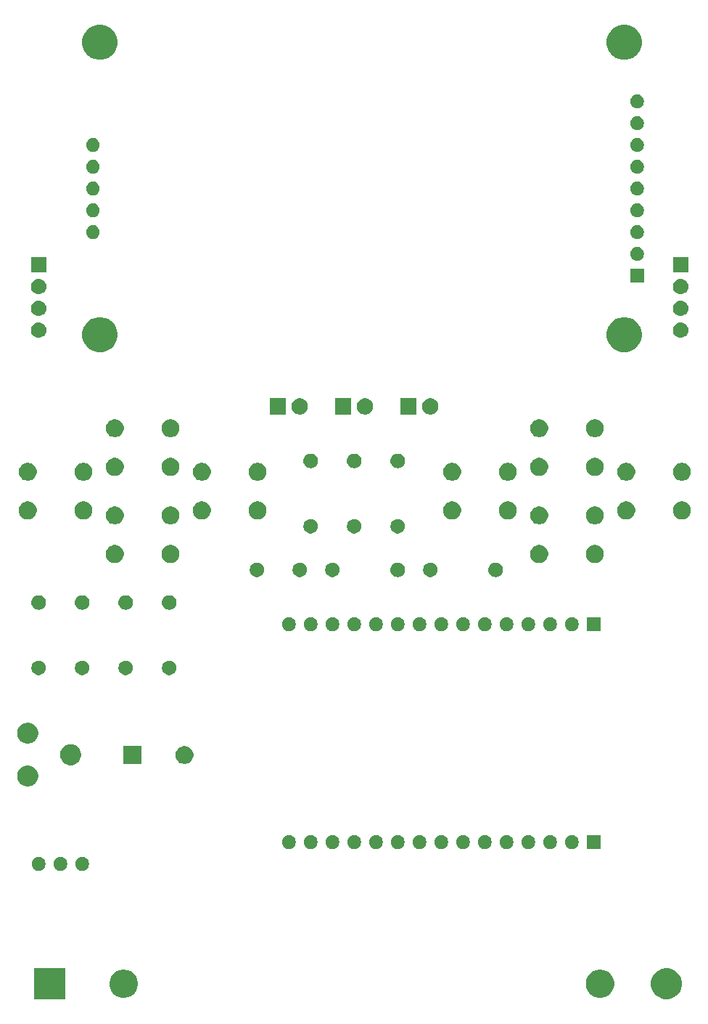
<source format=gbr>
G04 #@! TF.GenerationSoftware,KiCad,Pcbnew,5.1.4-e60b266~84~ubuntu19.04.1*
G04 #@! TF.CreationDate,2019-10-18T16:45:16-04:00*
G04 #@! TF.ProjectId,Esp32Badge-v1,45737033-3242-4616-9467-652d76312e6b,1*
G04 #@! TF.SameCoordinates,Original*
G04 #@! TF.FileFunction,Soldermask,Top*
G04 #@! TF.FilePolarity,Negative*
%FSLAX46Y46*%
G04 Gerber Fmt 4.6, Leading zero omitted, Abs format (unit mm)*
G04 Created by KiCad (PCBNEW 5.1.4-e60b266~84~ubuntu19.04.1) date 2019-10-18 16:45:16*
%MOMM*%
%LPD*%
G04 APERTURE LIST*
%ADD10C,0.100000*%
G04 APERTURE END LIST*
D10*
G36*
X172855331Y-143048211D02*
G01*
X173183092Y-143183974D01*
X173478070Y-143381072D01*
X173728928Y-143631930D01*
X173926026Y-143926908D01*
X174061789Y-144254669D01*
X174131000Y-144602616D01*
X174131000Y-144957384D01*
X174061789Y-145305331D01*
X173926026Y-145633092D01*
X173728928Y-145928070D01*
X173478070Y-146178928D01*
X173183092Y-146376026D01*
X172855331Y-146511789D01*
X172507384Y-146581000D01*
X172152616Y-146581000D01*
X171804669Y-146511789D01*
X171476908Y-146376026D01*
X171181930Y-146178928D01*
X170931072Y-145928070D01*
X170733974Y-145633092D01*
X170598211Y-145305331D01*
X170529000Y-144957384D01*
X170529000Y-144602616D01*
X170598211Y-144254669D01*
X170733974Y-143926908D01*
X170931072Y-143631930D01*
X171181930Y-143381072D01*
X171476908Y-143183974D01*
X171804669Y-143048211D01*
X172152616Y-142979000D01*
X172507384Y-142979000D01*
X172855331Y-143048211D01*
X172855331Y-143048211D01*
G37*
G36*
X102131000Y-146581000D02*
G01*
X98529000Y-146581000D01*
X98529000Y-142979000D01*
X102131000Y-142979000D01*
X102131000Y-146581000D01*
X102131000Y-146581000D01*
G37*
G36*
X164960256Y-143171298D02*
G01*
X165066579Y-143192447D01*
X165367042Y-143316903D01*
X165637451Y-143497585D01*
X165867415Y-143727549D01*
X166048097Y-143997958D01*
X166048098Y-143997960D01*
X166172553Y-144298422D01*
X166236000Y-144617389D01*
X166236000Y-144942611D01*
X166233061Y-144957384D01*
X166172553Y-145261579D01*
X166048097Y-145562042D01*
X165867415Y-145832451D01*
X165637451Y-146062415D01*
X165367042Y-146243097D01*
X165066579Y-146367553D01*
X165023987Y-146376025D01*
X164747611Y-146431000D01*
X164422389Y-146431000D01*
X164146013Y-146376025D01*
X164103421Y-146367553D01*
X163802958Y-146243097D01*
X163532549Y-146062415D01*
X163302585Y-145832451D01*
X163121903Y-145562042D01*
X162997447Y-145261579D01*
X162936939Y-144957384D01*
X162934000Y-144942611D01*
X162934000Y-144617389D01*
X162997447Y-144298422D01*
X163121902Y-143997960D01*
X163121903Y-143997958D01*
X163302585Y-143727549D01*
X163532549Y-143497585D01*
X163802958Y-143316903D01*
X164103421Y-143192447D01*
X164209744Y-143171298D01*
X164422389Y-143129000D01*
X164747611Y-143129000D01*
X164960256Y-143171298D01*
X164960256Y-143171298D01*
G37*
G36*
X109350256Y-143171298D02*
G01*
X109456579Y-143192447D01*
X109757042Y-143316903D01*
X110027451Y-143497585D01*
X110257415Y-143727549D01*
X110438097Y-143997958D01*
X110438098Y-143997960D01*
X110562553Y-144298422D01*
X110626000Y-144617389D01*
X110626000Y-144942611D01*
X110623061Y-144957384D01*
X110562553Y-145261579D01*
X110438097Y-145562042D01*
X110257415Y-145832451D01*
X110027451Y-146062415D01*
X109757042Y-146243097D01*
X109456579Y-146367553D01*
X109413987Y-146376025D01*
X109137611Y-146431000D01*
X108812389Y-146431000D01*
X108536013Y-146376025D01*
X108493421Y-146367553D01*
X108192958Y-146243097D01*
X107922549Y-146062415D01*
X107692585Y-145832451D01*
X107511903Y-145562042D01*
X107387447Y-145261579D01*
X107326939Y-144957384D01*
X107324000Y-144942611D01*
X107324000Y-144617389D01*
X107387447Y-144298422D01*
X107511902Y-143997960D01*
X107511903Y-143997958D01*
X107692585Y-143727549D01*
X107922549Y-143497585D01*
X108192958Y-143316903D01*
X108493421Y-143192447D01*
X108599744Y-143171298D01*
X108812389Y-143129000D01*
X109137611Y-143129000D01*
X109350256Y-143171298D01*
X109350256Y-143171298D01*
G37*
G36*
X101837142Y-130028242D02*
G01*
X101985101Y-130089529D01*
X102118255Y-130178499D01*
X102231501Y-130291745D01*
X102320471Y-130424899D01*
X102381758Y-130572858D01*
X102413000Y-130729925D01*
X102413000Y-130890075D01*
X102381758Y-131047142D01*
X102320471Y-131195101D01*
X102231501Y-131328255D01*
X102118255Y-131441501D01*
X101985101Y-131530471D01*
X101837142Y-131591758D01*
X101680075Y-131623000D01*
X101519925Y-131623000D01*
X101362858Y-131591758D01*
X101214899Y-131530471D01*
X101081745Y-131441501D01*
X100968499Y-131328255D01*
X100879529Y-131195101D01*
X100818242Y-131047142D01*
X100787000Y-130890075D01*
X100787000Y-130729925D01*
X100818242Y-130572858D01*
X100879529Y-130424899D01*
X100968499Y-130291745D01*
X101081745Y-130178499D01*
X101214899Y-130089529D01*
X101362858Y-130028242D01*
X101519925Y-129997000D01*
X101680075Y-129997000D01*
X101837142Y-130028242D01*
X101837142Y-130028242D01*
G37*
G36*
X104377142Y-130028242D02*
G01*
X104525101Y-130089529D01*
X104658255Y-130178499D01*
X104771501Y-130291745D01*
X104860471Y-130424899D01*
X104921758Y-130572858D01*
X104953000Y-130729925D01*
X104953000Y-130890075D01*
X104921758Y-131047142D01*
X104860471Y-131195101D01*
X104771501Y-131328255D01*
X104658255Y-131441501D01*
X104525101Y-131530471D01*
X104377142Y-131591758D01*
X104220075Y-131623000D01*
X104059925Y-131623000D01*
X103902858Y-131591758D01*
X103754899Y-131530471D01*
X103621745Y-131441501D01*
X103508499Y-131328255D01*
X103419529Y-131195101D01*
X103358242Y-131047142D01*
X103327000Y-130890075D01*
X103327000Y-130729925D01*
X103358242Y-130572858D01*
X103419529Y-130424899D01*
X103508499Y-130291745D01*
X103621745Y-130178499D01*
X103754899Y-130089529D01*
X103902858Y-130028242D01*
X104059925Y-129997000D01*
X104220075Y-129997000D01*
X104377142Y-130028242D01*
X104377142Y-130028242D01*
G37*
G36*
X99297142Y-130028242D02*
G01*
X99445101Y-130089529D01*
X99578255Y-130178499D01*
X99691501Y-130291745D01*
X99780471Y-130424899D01*
X99841758Y-130572858D01*
X99873000Y-130729925D01*
X99873000Y-130890075D01*
X99841758Y-131047142D01*
X99780471Y-131195101D01*
X99691501Y-131328255D01*
X99578255Y-131441501D01*
X99445101Y-131530471D01*
X99297142Y-131591758D01*
X99140075Y-131623000D01*
X98979925Y-131623000D01*
X98822858Y-131591758D01*
X98674899Y-131530471D01*
X98541745Y-131441501D01*
X98428499Y-131328255D01*
X98339529Y-131195101D01*
X98278242Y-131047142D01*
X98247000Y-130890075D01*
X98247000Y-130729925D01*
X98278242Y-130572858D01*
X98339529Y-130424899D01*
X98428499Y-130291745D01*
X98541745Y-130178499D01*
X98674899Y-130089529D01*
X98822858Y-130028242D01*
X98979925Y-129997000D01*
X99140075Y-129997000D01*
X99297142Y-130028242D01*
X99297142Y-130028242D01*
G37*
G36*
X128507142Y-127488242D02*
G01*
X128655101Y-127549529D01*
X128788255Y-127638499D01*
X128901501Y-127751745D01*
X128990471Y-127884899D01*
X129051758Y-128032858D01*
X129083000Y-128189925D01*
X129083000Y-128350075D01*
X129051758Y-128507142D01*
X128990471Y-128655101D01*
X128901501Y-128788255D01*
X128788255Y-128901501D01*
X128655101Y-128990471D01*
X128507142Y-129051758D01*
X128350075Y-129083000D01*
X128189925Y-129083000D01*
X128032858Y-129051758D01*
X127884899Y-128990471D01*
X127751745Y-128901501D01*
X127638499Y-128788255D01*
X127549529Y-128655101D01*
X127488242Y-128507142D01*
X127457000Y-128350075D01*
X127457000Y-128189925D01*
X127488242Y-128032858D01*
X127549529Y-127884899D01*
X127638499Y-127751745D01*
X127751745Y-127638499D01*
X127884899Y-127549529D01*
X128032858Y-127488242D01*
X128189925Y-127457000D01*
X128350075Y-127457000D01*
X128507142Y-127488242D01*
X128507142Y-127488242D01*
G37*
G36*
X158987142Y-127488242D02*
G01*
X159135101Y-127549529D01*
X159268255Y-127638499D01*
X159381501Y-127751745D01*
X159470471Y-127884899D01*
X159531758Y-128032858D01*
X159563000Y-128189925D01*
X159563000Y-128350075D01*
X159531758Y-128507142D01*
X159470471Y-128655101D01*
X159381501Y-128788255D01*
X159268255Y-128901501D01*
X159135101Y-128990471D01*
X158987142Y-129051758D01*
X158830075Y-129083000D01*
X158669925Y-129083000D01*
X158512858Y-129051758D01*
X158364899Y-128990471D01*
X158231745Y-128901501D01*
X158118499Y-128788255D01*
X158029529Y-128655101D01*
X157968242Y-128507142D01*
X157937000Y-128350075D01*
X157937000Y-128189925D01*
X157968242Y-128032858D01*
X158029529Y-127884899D01*
X158118499Y-127751745D01*
X158231745Y-127638499D01*
X158364899Y-127549529D01*
X158512858Y-127488242D01*
X158669925Y-127457000D01*
X158830075Y-127457000D01*
X158987142Y-127488242D01*
X158987142Y-127488242D01*
G37*
G36*
X164643000Y-129083000D02*
G01*
X163017000Y-129083000D01*
X163017000Y-127457000D01*
X164643000Y-127457000D01*
X164643000Y-129083000D01*
X164643000Y-129083000D01*
G37*
G36*
X131047142Y-127488242D02*
G01*
X131195101Y-127549529D01*
X131328255Y-127638499D01*
X131441501Y-127751745D01*
X131530471Y-127884899D01*
X131591758Y-128032858D01*
X131623000Y-128189925D01*
X131623000Y-128350075D01*
X131591758Y-128507142D01*
X131530471Y-128655101D01*
X131441501Y-128788255D01*
X131328255Y-128901501D01*
X131195101Y-128990471D01*
X131047142Y-129051758D01*
X130890075Y-129083000D01*
X130729925Y-129083000D01*
X130572858Y-129051758D01*
X130424899Y-128990471D01*
X130291745Y-128901501D01*
X130178499Y-128788255D01*
X130089529Y-128655101D01*
X130028242Y-128507142D01*
X129997000Y-128350075D01*
X129997000Y-128189925D01*
X130028242Y-128032858D01*
X130089529Y-127884899D01*
X130178499Y-127751745D01*
X130291745Y-127638499D01*
X130424899Y-127549529D01*
X130572858Y-127488242D01*
X130729925Y-127457000D01*
X130890075Y-127457000D01*
X131047142Y-127488242D01*
X131047142Y-127488242D01*
G37*
G36*
X133587142Y-127488242D02*
G01*
X133735101Y-127549529D01*
X133868255Y-127638499D01*
X133981501Y-127751745D01*
X134070471Y-127884899D01*
X134131758Y-128032858D01*
X134163000Y-128189925D01*
X134163000Y-128350075D01*
X134131758Y-128507142D01*
X134070471Y-128655101D01*
X133981501Y-128788255D01*
X133868255Y-128901501D01*
X133735101Y-128990471D01*
X133587142Y-129051758D01*
X133430075Y-129083000D01*
X133269925Y-129083000D01*
X133112858Y-129051758D01*
X132964899Y-128990471D01*
X132831745Y-128901501D01*
X132718499Y-128788255D01*
X132629529Y-128655101D01*
X132568242Y-128507142D01*
X132537000Y-128350075D01*
X132537000Y-128189925D01*
X132568242Y-128032858D01*
X132629529Y-127884899D01*
X132718499Y-127751745D01*
X132831745Y-127638499D01*
X132964899Y-127549529D01*
X133112858Y-127488242D01*
X133269925Y-127457000D01*
X133430075Y-127457000D01*
X133587142Y-127488242D01*
X133587142Y-127488242D01*
G37*
G36*
X136127142Y-127488242D02*
G01*
X136275101Y-127549529D01*
X136408255Y-127638499D01*
X136521501Y-127751745D01*
X136610471Y-127884899D01*
X136671758Y-128032858D01*
X136703000Y-128189925D01*
X136703000Y-128350075D01*
X136671758Y-128507142D01*
X136610471Y-128655101D01*
X136521501Y-128788255D01*
X136408255Y-128901501D01*
X136275101Y-128990471D01*
X136127142Y-129051758D01*
X135970075Y-129083000D01*
X135809925Y-129083000D01*
X135652858Y-129051758D01*
X135504899Y-128990471D01*
X135371745Y-128901501D01*
X135258499Y-128788255D01*
X135169529Y-128655101D01*
X135108242Y-128507142D01*
X135077000Y-128350075D01*
X135077000Y-128189925D01*
X135108242Y-128032858D01*
X135169529Y-127884899D01*
X135258499Y-127751745D01*
X135371745Y-127638499D01*
X135504899Y-127549529D01*
X135652858Y-127488242D01*
X135809925Y-127457000D01*
X135970075Y-127457000D01*
X136127142Y-127488242D01*
X136127142Y-127488242D01*
G37*
G36*
X138667142Y-127488242D02*
G01*
X138815101Y-127549529D01*
X138948255Y-127638499D01*
X139061501Y-127751745D01*
X139150471Y-127884899D01*
X139211758Y-128032858D01*
X139243000Y-128189925D01*
X139243000Y-128350075D01*
X139211758Y-128507142D01*
X139150471Y-128655101D01*
X139061501Y-128788255D01*
X138948255Y-128901501D01*
X138815101Y-128990471D01*
X138667142Y-129051758D01*
X138510075Y-129083000D01*
X138349925Y-129083000D01*
X138192858Y-129051758D01*
X138044899Y-128990471D01*
X137911745Y-128901501D01*
X137798499Y-128788255D01*
X137709529Y-128655101D01*
X137648242Y-128507142D01*
X137617000Y-128350075D01*
X137617000Y-128189925D01*
X137648242Y-128032858D01*
X137709529Y-127884899D01*
X137798499Y-127751745D01*
X137911745Y-127638499D01*
X138044899Y-127549529D01*
X138192858Y-127488242D01*
X138349925Y-127457000D01*
X138510075Y-127457000D01*
X138667142Y-127488242D01*
X138667142Y-127488242D01*
G37*
G36*
X143747142Y-127488242D02*
G01*
X143895101Y-127549529D01*
X144028255Y-127638499D01*
X144141501Y-127751745D01*
X144230471Y-127884899D01*
X144291758Y-128032858D01*
X144323000Y-128189925D01*
X144323000Y-128350075D01*
X144291758Y-128507142D01*
X144230471Y-128655101D01*
X144141501Y-128788255D01*
X144028255Y-128901501D01*
X143895101Y-128990471D01*
X143747142Y-129051758D01*
X143590075Y-129083000D01*
X143429925Y-129083000D01*
X143272858Y-129051758D01*
X143124899Y-128990471D01*
X142991745Y-128901501D01*
X142878499Y-128788255D01*
X142789529Y-128655101D01*
X142728242Y-128507142D01*
X142697000Y-128350075D01*
X142697000Y-128189925D01*
X142728242Y-128032858D01*
X142789529Y-127884899D01*
X142878499Y-127751745D01*
X142991745Y-127638499D01*
X143124899Y-127549529D01*
X143272858Y-127488242D01*
X143429925Y-127457000D01*
X143590075Y-127457000D01*
X143747142Y-127488242D01*
X143747142Y-127488242D01*
G37*
G36*
X146287142Y-127488242D02*
G01*
X146435101Y-127549529D01*
X146568255Y-127638499D01*
X146681501Y-127751745D01*
X146770471Y-127884899D01*
X146831758Y-128032858D01*
X146863000Y-128189925D01*
X146863000Y-128350075D01*
X146831758Y-128507142D01*
X146770471Y-128655101D01*
X146681501Y-128788255D01*
X146568255Y-128901501D01*
X146435101Y-128990471D01*
X146287142Y-129051758D01*
X146130075Y-129083000D01*
X145969925Y-129083000D01*
X145812858Y-129051758D01*
X145664899Y-128990471D01*
X145531745Y-128901501D01*
X145418499Y-128788255D01*
X145329529Y-128655101D01*
X145268242Y-128507142D01*
X145237000Y-128350075D01*
X145237000Y-128189925D01*
X145268242Y-128032858D01*
X145329529Y-127884899D01*
X145418499Y-127751745D01*
X145531745Y-127638499D01*
X145664899Y-127549529D01*
X145812858Y-127488242D01*
X145969925Y-127457000D01*
X146130075Y-127457000D01*
X146287142Y-127488242D01*
X146287142Y-127488242D01*
G37*
G36*
X148827142Y-127488242D02*
G01*
X148975101Y-127549529D01*
X149108255Y-127638499D01*
X149221501Y-127751745D01*
X149310471Y-127884899D01*
X149371758Y-128032858D01*
X149403000Y-128189925D01*
X149403000Y-128350075D01*
X149371758Y-128507142D01*
X149310471Y-128655101D01*
X149221501Y-128788255D01*
X149108255Y-128901501D01*
X148975101Y-128990471D01*
X148827142Y-129051758D01*
X148670075Y-129083000D01*
X148509925Y-129083000D01*
X148352858Y-129051758D01*
X148204899Y-128990471D01*
X148071745Y-128901501D01*
X147958499Y-128788255D01*
X147869529Y-128655101D01*
X147808242Y-128507142D01*
X147777000Y-128350075D01*
X147777000Y-128189925D01*
X147808242Y-128032858D01*
X147869529Y-127884899D01*
X147958499Y-127751745D01*
X148071745Y-127638499D01*
X148204899Y-127549529D01*
X148352858Y-127488242D01*
X148509925Y-127457000D01*
X148670075Y-127457000D01*
X148827142Y-127488242D01*
X148827142Y-127488242D01*
G37*
G36*
X151367142Y-127488242D02*
G01*
X151515101Y-127549529D01*
X151648255Y-127638499D01*
X151761501Y-127751745D01*
X151850471Y-127884899D01*
X151911758Y-128032858D01*
X151943000Y-128189925D01*
X151943000Y-128350075D01*
X151911758Y-128507142D01*
X151850471Y-128655101D01*
X151761501Y-128788255D01*
X151648255Y-128901501D01*
X151515101Y-128990471D01*
X151367142Y-129051758D01*
X151210075Y-129083000D01*
X151049925Y-129083000D01*
X150892858Y-129051758D01*
X150744899Y-128990471D01*
X150611745Y-128901501D01*
X150498499Y-128788255D01*
X150409529Y-128655101D01*
X150348242Y-128507142D01*
X150317000Y-128350075D01*
X150317000Y-128189925D01*
X150348242Y-128032858D01*
X150409529Y-127884899D01*
X150498499Y-127751745D01*
X150611745Y-127638499D01*
X150744899Y-127549529D01*
X150892858Y-127488242D01*
X151049925Y-127457000D01*
X151210075Y-127457000D01*
X151367142Y-127488242D01*
X151367142Y-127488242D01*
G37*
G36*
X161527142Y-127488242D02*
G01*
X161675101Y-127549529D01*
X161808255Y-127638499D01*
X161921501Y-127751745D01*
X162010471Y-127884899D01*
X162071758Y-128032858D01*
X162103000Y-128189925D01*
X162103000Y-128350075D01*
X162071758Y-128507142D01*
X162010471Y-128655101D01*
X161921501Y-128788255D01*
X161808255Y-128901501D01*
X161675101Y-128990471D01*
X161527142Y-129051758D01*
X161370075Y-129083000D01*
X161209925Y-129083000D01*
X161052858Y-129051758D01*
X160904899Y-128990471D01*
X160771745Y-128901501D01*
X160658499Y-128788255D01*
X160569529Y-128655101D01*
X160508242Y-128507142D01*
X160477000Y-128350075D01*
X160477000Y-128189925D01*
X160508242Y-128032858D01*
X160569529Y-127884899D01*
X160658499Y-127751745D01*
X160771745Y-127638499D01*
X160904899Y-127549529D01*
X161052858Y-127488242D01*
X161209925Y-127457000D01*
X161370075Y-127457000D01*
X161527142Y-127488242D01*
X161527142Y-127488242D01*
G37*
G36*
X153907142Y-127488242D02*
G01*
X154055101Y-127549529D01*
X154188255Y-127638499D01*
X154301501Y-127751745D01*
X154390471Y-127884899D01*
X154451758Y-128032858D01*
X154483000Y-128189925D01*
X154483000Y-128350075D01*
X154451758Y-128507142D01*
X154390471Y-128655101D01*
X154301501Y-128788255D01*
X154188255Y-128901501D01*
X154055101Y-128990471D01*
X153907142Y-129051758D01*
X153750075Y-129083000D01*
X153589925Y-129083000D01*
X153432858Y-129051758D01*
X153284899Y-128990471D01*
X153151745Y-128901501D01*
X153038499Y-128788255D01*
X152949529Y-128655101D01*
X152888242Y-128507142D01*
X152857000Y-128350075D01*
X152857000Y-128189925D01*
X152888242Y-128032858D01*
X152949529Y-127884899D01*
X153038499Y-127751745D01*
X153151745Y-127638499D01*
X153284899Y-127549529D01*
X153432858Y-127488242D01*
X153589925Y-127457000D01*
X153750075Y-127457000D01*
X153907142Y-127488242D01*
X153907142Y-127488242D01*
G37*
G36*
X156447142Y-127488242D02*
G01*
X156595101Y-127549529D01*
X156728255Y-127638499D01*
X156841501Y-127751745D01*
X156930471Y-127884899D01*
X156991758Y-128032858D01*
X157023000Y-128189925D01*
X157023000Y-128350075D01*
X156991758Y-128507142D01*
X156930471Y-128655101D01*
X156841501Y-128788255D01*
X156728255Y-128901501D01*
X156595101Y-128990471D01*
X156447142Y-129051758D01*
X156290075Y-129083000D01*
X156129925Y-129083000D01*
X155972858Y-129051758D01*
X155824899Y-128990471D01*
X155691745Y-128901501D01*
X155578499Y-128788255D01*
X155489529Y-128655101D01*
X155428242Y-128507142D01*
X155397000Y-128350075D01*
X155397000Y-128189925D01*
X155428242Y-128032858D01*
X155489529Y-127884899D01*
X155578499Y-127751745D01*
X155691745Y-127638499D01*
X155824899Y-127549529D01*
X155972858Y-127488242D01*
X156129925Y-127457000D01*
X156290075Y-127457000D01*
X156447142Y-127488242D01*
X156447142Y-127488242D01*
G37*
G36*
X141207142Y-127488242D02*
G01*
X141355101Y-127549529D01*
X141488255Y-127638499D01*
X141601501Y-127751745D01*
X141690471Y-127884899D01*
X141751758Y-128032858D01*
X141783000Y-128189925D01*
X141783000Y-128350075D01*
X141751758Y-128507142D01*
X141690471Y-128655101D01*
X141601501Y-128788255D01*
X141488255Y-128901501D01*
X141355101Y-128990471D01*
X141207142Y-129051758D01*
X141050075Y-129083000D01*
X140889925Y-129083000D01*
X140732858Y-129051758D01*
X140584899Y-128990471D01*
X140451745Y-128901501D01*
X140338499Y-128788255D01*
X140249529Y-128655101D01*
X140188242Y-128507142D01*
X140157000Y-128350075D01*
X140157000Y-128189925D01*
X140188242Y-128032858D01*
X140249529Y-127884899D01*
X140338499Y-127751745D01*
X140451745Y-127638499D01*
X140584899Y-127549529D01*
X140732858Y-127488242D01*
X140889925Y-127457000D01*
X141050075Y-127457000D01*
X141207142Y-127488242D01*
X141207142Y-127488242D01*
G37*
G36*
X98028205Y-119372461D02*
G01*
X98146153Y-119395922D01*
X98238194Y-119434047D01*
X98368359Y-119487963D01*
X98568342Y-119621587D01*
X98738413Y-119791658D01*
X98872037Y-119991641D01*
X98964078Y-120213848D01*
X99011000Y-120449741D01*
X99011000Y-120690259D01*
X98964078Y-120926152D01*
X98872037Y-121148359D01*
X98738413Y-121348342D01*
X98568342Y-121518413D01*
X98368359Y-121652037D01*
X98238194Y-121705953D01*
X98146153Y-121744078D01*
X97910259Y-121791000D01*
X97669741Y-121791000D01*
X97433847Y-121744078D01*
X97341806Y-121705953D01*
X97211641Y-121652037D01*
X97011658Y-121518413D01*
X96841587Y-121348342D01*
X96707963Y-121148359D01*
X96615922Y-120926152D01*
X96569000Y-120690259D01*
X96569000Y-120449741D01*
X96615922Y-120213848D01*
X96707963Y-119991641D01*
X96841587Y-119791658D01*
X97011658Y-119621587D01*
X97211641Y-119487963D01*
X97341806Y-119434047D01*
X97433847Y-119395922D01*
X97551795Y-119372461D01*
X97669741Y-119349000D01*
X97910259Y-119349000D01*
X98028205Y-119372461D01*
X98028205Y-119372461D01*
G37*
G36*
X103028205Y-116872461D02*
G01*
X103146153Y-116895922D01*
X103238194Y-116934047D01*
X103368359Y-116987963D01*
X103568342Y-117121587D01*
X103738413Y-117291658D01*
X103872037Y-117491641D01*
X103964078Y-117713848D01*
X104011000Y-117949741D01*
X104011000Y-118190259D01*
X103964078Y-118426152D01*
X103872037Y-118648359D01*
X103738413Y-118848342D01*
X103568342Y-119018413D01*
X103368359Y-119152037D01*
X103238194Y-119205953D01*
X103146153Y-119244078D01*
X102910259Y-119291000D01*
X102669741Y-119291000D01*
X102433847Y-119244078D01*
X102341806Y-119205953D01*
X102211641Y-119152037D01*
X102011658Y-119018413D01*
X101841587Y-118848342D01*
X101707963Y-118648359D01*
X101615922Y-118426152D01*
X101569000Y-118190259D01*
X101569000Y-117949741D01*
X101615922Y-117713848D01*
X101707963Y-117491641D01*
X101841587Y-117291658D01*
X102011658Y-117121587D01*
X102211641Y-116987963D01*
X102341806Y-116934047D01*
X102433847Y-116895922D01*
X102551795Y-116872461D01*
X102669741Y-116849000D01*
X102910259Y-116849000D01*
X103028205Y-116872461D01*
X103028205Y-116872461D01*
G37*
G36*
X111033000Y-119161000D02*
G01*
X108931000Y-119161000D01*
X108931000Y-117059000D01*
X111033000Y-117059000D01*
X111033000Y-119161000D01*
X111033000Y-119161000D01*
G37*
G36*
X116384564Y-117099389D02*
G01*
X116575833Y-117178615D01*
X116575835Y-117178616D01*
X116745014Y-117291658D01*
X116747973Y-117293635D01*
X116894365Y-117440027D01*
X117009385Y-117612167D01*
X117088611Y-117803436D01*
X117129000Y-118006484D01*
X117129000Y-118213516D01*
X117088611Y-118416564D01*
X117084639Y-118426153D01*
X117009384Y-118607835D01*
X116894365Y-118779973D01*
X116747973Y-118926365D01*
X116575835Y-119041384D01*
X116575834Y-119041385D01*
X116575833Y-119041385D01*
X116384564Y-119120611D01*
X116181516Y-119161000D01*
X115974484Y-119161000D01*
X115771436Y-119120611D01*
X115580167Y-119041385D01*
X115580166Y-119041385D01*
X115580165Y-119041384D01*
X115408027Y-118926365D01*
X115261635Y-118779973D01*
X115146616Y-118607835D01*
X115071361Y-118426153D01*
X115067389Y-118416564D01*
X115027000Y-118213516D01*
X115027000Y-118006484D01*
X115067389Y-117803436D01*
X115146615Y-117612167D01*
X115261635Y-117440027D01*
X115408027Y-117293635D01*
X115410986Y-117291658D01*
X115580165Y-117178616D01*
X115580167Y-117178615D01*
X115771436Y-117099389D01*
X115974484Y-117059000D01*
X116181516Y-117059000D01*
X116384564Y-117099389D01*
X116384564Y-117099389D01*
G37*
G36*
X98146153Y-114395922D02*
G01*
X98238194Y-114434047D01*
X98368359Y-114487963D01*
X98568342Y-114621587D01*
X98738413Y-114791658D01*
X98872037Y-114991641D01*
X98964078Y-115213848D01*
X99011000Y-115449741D01*
X99011000Y-115690259D01*
X98964078Y-115926152D01*
X98872037Y-116148359D01*
X98738413Y-116348342D01*
X98568342Y-116518413D01*
X98368359Y-116652037D01*
X98238194Y-116705953D01*
X98146153Y-116744078D01*
X97910259Y-116791000D01*
X97669741Y-116791000D01*
X97433847Y-116744078D01*
X97341806Y-116705953D01*
X97211641Y-116652037D01*
X97011658Y-116518413D01*
X96841587Y-116348342D01*
X96707963Y-116148359D01*
X96615922Y-115926152D01*
X96569000Y-115690259D01*
X96569000Y-115449741D01*
X96615922Y-115213848D01*
X96707963Y-114991641D01*
X96841587Y-114791658D01*
X97011658Y-114621587D01*
X97211641Y-114487963D01*
X97341806Y-114434047D01*
X97433847Y-114395922D01*
X97669741Y-114349000D01*
X97910259Y-114349000D01*
X98146153Y-114395922D01*
X98146153Y-114395922D01*
G37*
G36*
X99308228Y-107131703D02*
G01*
X99463100Y-107195853D01*
X99602481Y-107288985D01*
X99721015Y-107407519D01*
X99814147Y-107546900D01*
X99878297Y-107701772D01*
X99911000Y-107866184D01*
X99911000Y-108033816D01*
X99878297Y-108198228D01*
X99814147Y-108353100D01*
X99721015Y-108492481D01*
X99602481Y-108611015D01*
X99463100Y-108704147D01*
X99308228Y-108768297D01*
X99143816Y-108801000D01*
X98976184Y-108801000D01*
X98811772Y-108768297D01*
X98656900Y-108704147D01*
X98517519Y-108611015D01*
X98398985Y-108492481D01*
X98305853Y-108353100D01*
X98241703Y-108198228D01*
X98209000Y-108033816D01*
X98209000Y-107866184D01*
X98241703Y-107701772D01*
X98305853Y-107546900D01*
X98398985Y-107407519D01*
X98517519Y-107288985D01*
X98656900Y-107195853D01*
X98811772Y-107131703D01*
X98976184Y-107099000D01*
X99143816Y-107099000D01*
X99308228Y-107131703D01*
X99308228Y-107131703D01*
G37*
G36*
X104388228Y-107131703D02*
G01*
X104543100Y-107195853D01*
X104682481Y-107288985D01*
X104801015Y-107407519D01*
X104894147Y-107546900D01*
X104958297Y-107701772D01*
X104991000Y-107866184D01*
X104991000Y-108033816D01*
X104958297Y-108198228D01*
X104894147Y-108353100D01*
X104801015Y-108492481D01*
X104682481Y-108611015D01*
X104543100Y-108704147D01*
X104388228Y-108768297D01*
X104223816Y-108801000D01*
X104056184Y-108801000D01*
X103891772Y-108768297D01*
X103736900Y-108704147D01*
X103597519Y-108611015D01*
X103478985Y-108492481D01*
X103385853Y-108353100D01*
X103321703Y-108198228D01*
X103289000Y-108033816D01*
X103289000Y-107866184D01*
X103321703Y-107701772D01*
X103385853Y-107546900D01*
X103478985Y-107407519D01*
X103597519Y-107288985D01*
X103736900Y-107195853D01*
X103891772Y-107131703D01*
X104056184Y-107099000D01*
X104223816Y-107099000D01*
X104388228Y-107131703D01*
X104388228Y-107131703D01*
G37*
G36*
X109468228Y-107131703D02*
G01*
X109623100Y-107195853D01*
X109762481Y-107288985D01*
X109881015Y-107407519D01*
X109974147Y-107546900D01*
X110038297Y-107701772D01*
X110071000Y-107866184D01*
X110071000Y-108033816D01*
X110038297Y-108198228D01*
X109974147Y-108353100D01*
X109881015Y-108492481D01*
X109762481Y-108611015D01*
X109623100Y-108704147D01*
X109468228Y-108768297D01*
X109303816Y-108801000D01*
X109136184Y-108801000D01*
X108971772Y-108768297D01*
X108816900Y-108704147D01*
X108677519Y-108611015D01*
X108558985Y-108492481D01*
X108465853Y-108353100D01*
X108401703Y-108198228D01*
X108369000Y-108033816D01*
X108369000Y-107866184D01*
X108401703Y-107701772D01*
X108465853Y-107546900D01*
X108558985Y-107407519D01*
X108677519Y-107288985D01*
X108816900Y-107195853D01*
X108971772Y-107131703D01*
X109136184Y-107099000D01*
X109303816Y-107099000D01*
X109468228Y-107131703D01*
X109468228Y-107131703D01*
G37*
G36*
X114548228Y-107131703D02*
G01*
X114703100Y-107195853D01*
X114842481Y-107288985D01*
X114961015Y-107407519D01*
X115054147Y-107546900D01*
X115118297Y-107701772D01*
X115151000Y-107866184D01*
X115151000Y-108033816D01*
X115118297Y-108198228D01*
X115054147Y-108353100D01*
X114961015Y-108492481D01*
X114842481Y-108611015D01*
X114703100Y-108704147D01*
X114548228Y-108768297D01*
X114383816Y-108801000D01*
X114216184Y-108801000D01*
X114051772Y-108768297D01*
X113896900Y-108704147D01*
X113757519Y-108611015D01*
X113638985Y-108492481D01*
X113545853Y-108353100D01*
X113481703Y-108198228D01*
X113449000Y-108033816D01*
X113449000Y-107866184D01*
X113481703Y-107701772D01*
X113545853Y-107546900D01*
X113638985Y-107407519D01*
X113757519Y-107288985D01*
X113896900Y-107195853D01*
X114051772Y-107131703D01*
X114216184Y-107099000D01*
X114383816Y-107099000D01*
X114548228Y-107131703D01*
X114548228Y-107131703D01*
G37*
G36*
X143747142Y-102088242D02*
G01*
X143895101Y-102149529D01*
X144028255Y-102238499D01*
X144141501Y-102351745D01*
X144230471Y-102484899D01*
X144291758Y-102632858D01*
X144323000Y-102789925D01*
X144323000Y-102950075D01*
X144291758Y-103107142D01*
X144230471Y-103255101D01*
X144141501Y-103388255D01*
X144028255Y-103501501D01*
X143895101Y-103590471D01*
X143747142Y-103651758D01*
X143590075Y-103683000D01*
X143429925Y-103683000D01*
X143272858Y-103651758D01*
X143124899Y-103590471D01*
X142991745Y-103501501D01*
X142878499Y-103388255D01*
X142789529Y-103255101D01*
X142728242Y-103107142D01*
X142697000Y-102950075D01*
X142697000Y-102789925D01*
X142728242Y-102632858D01*
X142789529Y-102484899D01*
X142878499Y-102351745D01*
X142991745Y-102238499D01*
X143124899Y-102149529D01*
X143272858Y-102088242D01*
X143429925Y-102057000D01*
X143590075Y-102057000D01*
X143747142Y-102088242D01*
X143747142Y-102088242D01*
G37*
G36*
X164643000Y-103683000D02*
G01*
X163017000Y-103683000D01*
X163017000Y-102057000D01*
X164643000Y-102057000D01*
X164643000Y-103683000D01*
X164643000Y-103683000D01*
G37*
G36*
X161527142Y-102088242D02*
G01*
X161675101Y-102149529D01*
X161808255Y-102238499D01*
X161921501Y-102351745D01*
X162010471Y-102484899D01*
X162071758Y-102632858D01*
X162103000Y-102789925D01*
X162103000Y-102950075D01*
X162071758Y-103107142D01*
X162010471Y-103255101D01*
X161921501Y-103388255D01*
X161808255Y-103501501D01*
X161675101Y-103590471D01*
X161527142Y-103651758D01*
X161370075Y-103683000D01*
X161209925Y-103683000D01*
X161052858Y-103651758D01*
X160904899Y-103590471D01*
X160771745Y-103501501D01*
X160658499Y-103388255D01*
X160569529Y-103255101D01*
X160508242Y-103107142D01*
X160477000Y-102950075D01*
X160477000Y-102789925D01*
X160508242Y-102632858D01*
X160569529Y-102484899D01*
X160658499Y-102351745D01*
X160771745Y-102238499D01*
X160904899Y-102149529D01*
X161052858Y-102088242D01*
X161209925Y-102057000D01*
X161370075Y-102057000D01*
X161527142Y-102088242D01*
X161527142Y-102088242D01*
G37*
G36*
X148827142Y-102088242D02*
G01*
X148975101Y-102149529D01*
X149108255Y-102238499D01*
X149221501Y-102351745D01*
X149310471Y-102484899D01*
X149371758Y-102632858D01*
X149403000Y-102789925D01*
X149403000Y-102950075D01*
X149371758Y-103107142D01*
X149310471Y-103255101D01*
X149221501Y-103388255D01*
X149108255Y-103501501D01*
X148975101Y-103590471D01*
X148827142Y-103651758D01*
X148670075Y-103683000D01*
X148509925Y-103683000D01*
X148352858Y-103651758D01*
X148204899Y-103590471D01*
X148071745Y-103501501D01*
X147958499Y-103388255D01*
X147869529Y-103255101D01*
X147808242Y-103107142D01*
X147777000Y-102950075D01*
X147777000Y-102789925D01*
X147808242Y-102632858D01*
X147869529Y-102484899D01*
X147958499Y-102351745D01*
X148071745Y-102238499D01*
X148204899Y-102149529D01*
X148352858Y-102088242D01*
X148509925Y-102057000D01*
X148670075Y-102057000D01*
X148827142Y-102088242D01*
X148827142Y-102088242D01*
G37*
G36*
X151367142Y-102088242D02*
G01*
X151515101Y-102149529D01*
X151648255Y-102238499D01*
X151761501Y-102351745D01*
X151850471Y-102484899D01*
X151911758Y-102632858D01*
X151943000Y-102789925D01*
X151943000Y-102950075D01*
X151911758Y-103107142D01*
X151850471Y-103255101D01*
X151761501Y-103388255D01*
X151648255Y-103501501D01*
X151515101Y-103590471D01*
X151367142Y-103651758D01*
X151210075Y-103683000D01*
X151049925Y-103683000D01*
X150892858Y-103651758D01*
X150744899Y-103590471D01*
X150611745Y-103501501D01*
X150498499Y-103388255D01*
X150409529Y-103255101D01*
X150348242Y-103107142D01*
X150317000Y-102950075D01*
X150317000Y-102789925D01*
X150348242Y-102632858D01*
X150409529Y-102484899D01*
X150498499Y-102351745D01*
X150611745Y-102238499D01*
X150744899Y-102149529D01*
X150892858Y-102088242D01*
X151049925Y-102057000D01*
X151210075Y-102057000D01*
X151367142Y-102088242D01*
X151367142Y-102088242D01*
G37*
G36*
X146287142Y-102088242D02*
G01*
X146435101Y-102149529D01*
X146568255Y-102238499D01*
X146681501Y-102351745D01*
X146770471Y-102484899D01*
X146831758Y-102632858D01*
X146863000Y-102789925D01*
X146863000Y-102950075D01*
X146831758Y-103107142D01*
X146770471Y-103255101D01*
X146681501Y-103388255D01*
X146568255Y-103501501D01*
X146435101Y-103590471D01*
X146287142Y-103651758D01*
X146130075Y-103683000D01*
X145969925Y-103683000D01*
X145812858Y-103651758D01*
X145664899Y-103590471D01*
X145531745Y-103501501D01*
X145418499Y-103388255D01*
X145329529Y-103255101D01*
X145268242Y-103107142D01*
X145237000Y-102950075D01*
X145237000Y-102789925D01*
X145268242Y-102632858D01*
X145329529Y-102484899D01*
X145418499Y-102351745D01*
X145531745Y-102238499D01*
X145664899Y-102149529D01*
X145812858Y-102088242D01*
X145969925Y-102057000D01*
X146130075Y-102057000D01*
X146287142Y-102088242D01*
X146287142Y-102088242D01*
G37*
G36*
X153907142Y-102088242D02*
G01*
X154055101Y-102149529D01*
X154188255Y-102238499D01*
X154301501Y-102351745D01*
X154390471Y-102484899D01*
X154451758Y-102632858D01*
X154483000Y-102789925D01*
X154483000Y-102950075D01*
X154451758Y-103107142D01*
X154390471Y-103255101D01*
X154301501Y-103388255D01*
X154188255Y-103501501D01*
X154055101Y-103590471D01*
X153907142Y-103651758D01*
X153750075Y-103683000D01*
X153589925Y-103683000D01*
X153432858Y-103651758D01*
X153284899Y-103590471D01*
X153151745Y-103501501D01*
X153038499Y-103388255D01*
X152949529Y-103255101D01*
X152888242Y-103107142D01*
X152857000Y-102950075D01*
X152857000Y-102789925D01*
X152888242Y-102632858D01*
X152949529Y-102484899D01*
X153038499Y-102351745D01*
X153151745Y-102238499D01*
X153284899Y-102149529D01*
X153432858Y-102088242D01*
X153589925Y-102057000D01*
X153750075Y-102057000D01*
X153907142Y-102088242D01*
X153907142Y-102088242D01*
G37*
G36*
X156447142Y-102088242D02*
G01*
X156595101Y-102149529D01*
X156728255Y-102238499D01*
X156841501Y-102351745D01*
X156930471Y-102484899D01*
X156991758Y-102632858D01*
X157023000Y-102789925D01*
X157023000Y-102950075D01*
X156991758Y-103107142D01*
X156930471Y-103255101D01*
X156841501Y-103388255D01*
X156728255Y-103501501D01*
X156595101Y-103590471D01*
X156447142Y-103651758D01*
X156290075Y-103683000D01*
X156129925Y-103683000D01*
X155972858Y-103651758D01*
X155824899Y-103590471D01*
X155691745Y-103501501D01*
X155578499Y-103388255D01*
X155489529Y-103255101D01*
X155428242Y-103107142D01*
X155397000Y-102950075D01*
X155397000Y-102789925D01*
X155428242Y-102632858D01*
X155489529Y-102484899D01*
X155578499Y-102351745D01*
X155691745Y-102238499D01*
X155824899Y-102149529D01*
X155972858Y-102088242D01*
X156129925Y-102057000D01*
X156290075Y-102057000D01*
X156447142Y-102088242D01*
X156447142Y-102088242D01*
G37*
G36*
X131047142Y-102088242D02*
G01*
X131195101Y-102149529D01*
X131328255Y-102238499D01*
X131441501Y-102351745D01*
X131530471Y-102484899D01*
X131591758Y-102632858D01*
X131623000Y-102789925D01*
X131623000Y-102950075D01*
X131591758Y-103107142D01*
X131530471Y-103255101D01*
X131441501Y-103388255D01*
X131328255Y-103501501D01*
X131195101Y-103590471D01*
X131047142Y-103651758D01*
X130890075Y-103683000D01*
X130729925Y-103683000D01*
X130572858Y-103651758D01*
X130424899Y-103590471D01*
X130291745Y-103501501D01*
X130178499Y-103388255D01*
X130089529Y-103255101D01*
X130028242Y-103107142D01*
X129997000Y-102950075D01*
X129997000Y-102789925D01*
X130028242Y-102632858D01*
X130089529Y-102484899D01*
X130178499Y-102351745D01*
X130291745Y-102238499D01*
X130424899Y-102149529D01*
X130572858Y-102088242D01*
X130729925Y-102057000D01*
X130890075Y-102057000D01*
X131047142Y-102088242D01*
X131047142Y-102088242D01*
G37*
G36*
X133587142Y-102088242D02*
G01*
X133735101Y-102149529D01*
X133868255Y-102238499D01*
X133981501Y-102351745D01*
X134070471Y-102484899D01*
X134131758Y-102632858D01*
X134163000Y-102789925D01*
X134163000Y-102950075D01*
X134131758Y-103107142D01*
X134070471Y-103255101D01*
X133981501Y-103388255D01*
X133868255Y-103501501D01*
X133735101Y-103590471D01*
X133587142Y-103651758D01*
X133430075Y-103683000D01*
X133269925Y-103683000D01*
X133112858Y-103651758D01*
X132964899Y-103590471D01*
X132831745Y-103501501D01*
X132718499Y-103388255D01*
X132629529Y-103255101D01*
X132568242Y-103107142D01*
X132537000Y-102950075D01*
X132537000Y-102789925D01*
X132568242Y-102632858D01*
X132629529Y-102484899D01*
X132718499Y-102351745D01*
X132831745Y-102238499D01*
X132964899Y-102149529D01*
X133112858Y-102088242D01*
X133269925Y-102057000D01*
X133430075Y-102057000D01*
X133587142Y-102088242D01*
X133587142Y-102088242D01*
G37*
G36*
X136127142Y-102088242D02*
G01*
X136275101Y-102149529D01*
X136408255Y-102238499D01*
X136521501Y-102351745D01*
X136610471Y-102484899D01*
X136671758Y-102632858D01*
X136703000Y-102789925D01*
X136703000Y-102950075D01*
X136671758Y-103107142D01*
X136610471Y-103255101D01*
X136521501Y-103388255D01*
X136408255Y-103501501D01*
X136275101Y-103590471D01*
X136127142Y-103651758D01*
X135970075Y-103683000D01*
X135809925Y-103683000D01*
X135652858Y-103651758D01*
X135504899Y-103590471D01*
X135371745Y-103501501D01*
X135258499Y-103388255D01*
X135169529Y-103255101D01*
X135108242Y-103107142D01*
X135077000Y-102950075D01*
X135077000Y-102789925D01*
X135108242Y-102632858D01*
X135169529Y-102484899D01*
X135258499Y-102351745D01*
X135371745Y-102238499D01*
X135504899Y-102149529D01*
X135652858Y-102088242D01*
X135809925Y-102057000D01*
X135970075Y-102057000D01*
X136127142Y-102088242D01*
X136127142Y-102088242D01*
G37*
G36*
X138667142Y-102088242D02*
G01*
X138815101Y-102149529D01*
X138948255Y-102238499D01*
X139061501Y-102351745D01*
X139150471Y-102484899D01*
X139211758Y-102632858D01*
X139243000Y-102789925D01*
X139243000Y-102950075D01*
X139211758Y-103107142D01*
X139150471Y-103255101D01*
X139061501Y-103388255D01*
X138948255Y-103501501D01*
X138815101Y-103590471D01*
X138667142Y-103651758D01*
X138510075Y-103683000D01*
X138349925Y-103683000D01*
X138192858Y-103651758D01*
X138044899Y-103590471D01*
X137911745Y-103501501D01*
X137798499Y-103388255D01*
X137709529Y-103255101D01*
X137648242Y-103107142D01*
X137617000Y-102950075D01*
X137617000Y-102789925D01*
X137648242Y-102632858D01*
X137709529Y-102484899D01*
X137798499Y-102351745D01*
X137911745Y-102238499D01*
X138044899Y-102149529D01*
X138192858Y-102088242D01*
X138349925Y-102057000D01*
X138510075Y-102057000D01*
X138667142Y-102088242D01*
X138667142Y-102088242D01*
G37*
G36*
X141207142Y-102088242D02*
G01*
X141355101Y-102149529D01*
X141488255Y-102238499D01*
X141601501Y-102351745D01*
X141690471Y-102484899D01*
X141751758Y-102632858D01*
X141783000Y-102789925D01*
X141783000Y-102950075D01*
X141751758Y-103107142D01*
X141690471Y-103255101D01*
X141601501Y-103388255D01*
X141488255Y-103501501D01*
X141355101Y-103590471D01*
X141207142Y-103651758D01*
X141050075Y-103683000D01*
X140889925Y-103683000D01*
X140732858Y-103651758D01*
X140584899Y-103590471D01*
X140451745Y-103501501D01*
X140338499Y-103388255D01*
X140249529Y-103255101D01*
X140188242Y-103107142D01*
X140157000Y-102950075D01*
X140157000Y-102789925D01*
X140188242Y-102632858D01*
X140249529Y-102484899D01*
X140338499Y-102351745D01*
X140451745Y-102238499D01*
X140584899Y-102149529D01*
X140732858Y-102088242D01*
X140889925Y-102057000D01*
X141050075Y-102057000D01*
X141207142Y-102088242D01*
X141207142Y-102088242D01*
G37*
G36*
X158987142Y-102088242D02*
G01*
X159135101Y-102149529D01*
X159268255Y-102238499D01*
X159381501Y-102351745D01*
X159470471Y-102484899D01*
X159531758Y-102632858D01*
X159563000Y-102789925D01*
X159563000Y-102950075D01*
X159531758Y-103107142D01*
X159470471Y-103255101D01*
X159381501Y-103388255D01*
X159268255Y-103501501D01*
X159135101Y-103590471D01*
X158987142Y-103651758D01*
X158830075Y-103683000D01*
X158669925Y-103683000D01*
X158512858Y-103651758D01*
X158364899Y-103590471D01*
X158231745Y-103501501D01*
X158118499Y-103388255D01*
X158029529Y-103255101D01*
X157968242Y-103107142D01*
X157937000Y-102950075D01*
X157937000Y-102789925D01*
X157968242Y-102632858D01*
X158029529Y-102484899D01*
X158118499Y-102351745D01*
X158231745Y-102238499D01*
X158364899Y-102149529D01*
X158512858Y-102088242D01*
X158669925Y-102057000D01*
X158830075Y-102057000D01*
X158987142Y-102088242D01*
X158987142Y-102088242D01*
G37*
G36*
X128507142Y-102088242D02*
G01*
X128655101Y-102149529D01*
X128788255Y-102238499D01*
X128901501Y-102351745D01*
X128990471Y-102484899D01*
X129051758Y-102632858D01*
X129083000Y-102789925D01*
X129083000Y-102950075D01*
X129051758Y-103107142D01*
X128990471Y-103255101D01*
X128901501Y-103388255D01*
X128788255Y-103501501D01*
X128655101Y-103590471D01*
X128507142Y-103651758D01*
X128350075Y-103683000D01*
X128189925Y-103683000D01*
X128032858Y-103651758D01*
X127884899Y-103590471D01*
X127751745Y-103501501D01*
X127638499Y-103388255D01*
X127549529Y-103255101D01*
X127488242Y-103107142D01*
X127457000Y-102950075D01*
X127457000Y-102789925D01*
X127488242Y-102632858D01*
X127549529Y-102484899D01*
X127638499Y-102351745D01*
X127751745Y-102238499D01*
X127884899Y-102149529D01*
X128032858Y-102088242D01*
X128189925Y-102057000D01*
X128350075Y-102057000D01*
X128507142Y-102088242D01*
X128507142Y-102088242D01*
G37*
G36*
X99226823Y-99491313D02*
G01*
X99387242Y-99539976D01*
X99519906Y-99610886D01*
X99535078Y-99618996D01*
X99664659Y-99725341D01*
X99771004Y-99854922D01*
X99771005Y-99854924D01*
X99850024Y-100002758D01*
X99898687Y-100163177D01*
X99915117Y-100330000D01*
X99898687Y-100496823D01*
X99850024Y-100657242D01*
X99779114Y-100789906D01*
X99771004Y-100805078D01*
X99664659Y-100934659D01*
X99535078Y-101041004D01*
X99535076Y-101041005D01*
X99387242Y-101120024D01*
X99226823Y-101168687D01*
X99101804Y-101181000D01*
X99018196Y-101181000D01*
X98893177Y-101168687D01*
X98732758Y-101120024D01*
X98584924Y-101041005D01*
X98584922Y-101041004D01*
X98455341Y-100934659D01*
X98348996Y-100805078D01*
X98340886Y-100789906D01*
X98269976Y-100657242D01*
X98221313Y-100496823D01*
X98204883Y-100330000D01*
X98221313Y-100163177D01*
X98269976Y-100002758D01*
X98348995Y-99854924D01*
X98348996Y-99854922D01*
X98455341Y-99725341D01*
X98584922Y-99618996D01*
X98600094Y-99610886D01*
X98732758Y-99539976D01*
X98893177Y-99491313D01*
X99018196Y-99479000D01*
X99101804Y-99479000D01*
X99226823Y-99491313D01*
X99226823Y-99491313D01*
G37*
G36*
X104306823Y-99491313D02*
G01*
X104467242Y-99539976D01*
X104599906Y-99610886D01*
X104615078Y-99618996D01*
X104744659Y-99725341D01*
X104851004Y-99854922D01*
X104851005Y-99854924D01*
X104930024Y-100002758D01*
X104978687Y-100163177D01*
X104995117Y-100330000D01*
X104978687Y-100496823D01*
X104930024Y-100657242D01*
X104859114Y-100789906D01*
X104851004Y-100805078D01*
X104744659Y-100934659D01*
X104615078Y-101041004D01*
X104615076Y-101041005D01*
X104467242Y-101120024D01*
X104306823Y-101168687D01*
X104181804Y-101181000D01*
X104098196Y-101181000D01*
X103973177Y-101168687D01*
X103812758Y-101120024D01*
X103664924Y-101041005D01*
X103664922Y-101041004D01*
X103535341Y-100934659D01*
X103428996Y-100805078D01*
X103420886Y-100789906D01*
X103349976Y-100657242D01*
X103301313Y-100496823D01*
X103284883Y-100330000D01*
X103301313Y-100163177D01*
X103349976Y-100002758D01*
X103428995Y-99854924D01*
X103428996Y-99854922D01*
X103535341Y-99725341D01*
X103664922Y-99618996D01*
X103680094Y-99610886D01*
X103812758Y-99539976D01*
X103973177Y-99491313D01*
X104098196Y-99479000D01*
X104181804Y-99479000D01*
X104306823Y-99491313D01*
X104306823Y-99491313D01*
G37*
G36*
X109386823Y-99491313D02*
G01*
X109547242Y-99539976D01*
X109679906Y-99610886D01*
X109695078Y-99618996D01*
X109824659Y-99725341D01*
X109931004Y-99854922D01*
X109931005Y-99854924D01*
X110010024Y-100002758D01*
X110058687Y-100163177D01*
X110075117Y-100330000D01*
X110058687Y-100496823D01*
X110010024Y-100657242D01*
X109939114Y-100789906D01*
X109931004Y-100805078D01*
X109824659Y-100934659D01*
X109695078Y-101041004D01*
X109695076Y-101041005D01*
X109547242Y-101120024D01*
X109386823Y-101168687D01*
X109261804Y-101181000D01*
X109178196Y-101181000D01*
X109053177Y-101168687D01*
X108892758Y-101120024D01*
X108744924Y-101041005D01*
X108744922Y-101041004D01*
X108615341Y-100934659D01*
X108508996Y-100805078D01*
X108500886Y-100789906D01*
X108429976Y-100657242D01*
X108381313Y-100496823D01*
X108364883Y-100330000D01*
X108381313Y-100163177D01*
X108429976Y-100002758D01*
X108508995Y-99854924D01*
X108508996Y-99854922D01*
X108615341Y-99725341D01*
X108744922Y-99618996D01*
X108760094Y-99610886D01*
X108892758Y-99539976D01*
X109053177Y-99491313D01*
X109178196Y-99479000D01*
X109261804Y-99479000D01*
X109386823Y-99491313D01*
X109386823Y-99491313D01*
G37*
G36*
X114466823Y-99491313D02*
G01*
X114627242Y-99539976D01*
X114759906Y-99610886D01*
X114775078Y-99618996D01*
X114904659Y-99725341D01*
X115011004Y-99854922D01*
X115011005Y-99854924D01*
X115090024Y-100002758D01*
X115138687Y-100163177D01*
X115155117Y-100330000D01*
X115138687Y-100496823D01*
X115090024Y-100657242D01*
X115019114Y-100789906D01*
X115011004Y-100805078D01*
X114904659Y-100934659D01*
X114775078Y-101041004D01*
X114775076Y-101041005D01*
X114627242Y-101120024D01*
X114466823Y-101168687D01*
X114341804Y-101181000D01*
X114258196Y-101181000D01*
X114133177Y-101168687D01*
X113972758Y-101120024D01*
X113824924Y-101041005D01*
X113824922Y-101041004D01*
X113695341Y-100934659D01*
X113588996Y-100805078D01*
X113580886Y-100789906D01*
X113509976Y-100657242D01*
X113461313Y-100496823D01*
X113444883Y-100330000D01*
X113461313Y-100163177D01*
X113509976Y-100002758D01*
X113588995Y-99854924D01*
X113588996Y-99854922D01*
X113695341Y-99725341D01*
X113824922Y-99618996D01*
X113840094Y-99610886D01*
X113972758Y-99539976D01*
X114133177Y-99491313D01*
X114258196Y-99479000D01*
X114341804Y-99479000D01*
X114466823Y-99491313D01*
X114466823Y-99491313D01*
G37*
G36*
X145028228Y-95701703D02*
G01*
X145183100Y-95765853D01*
X145322481Y-95858985D01*
X145441015Y-95977519D01*
X145534147Y-96116900D01*
X145598297Y-96271772D01*
X145631000Y-96436184D01*
X145631000Y-96603816D01*
X145598297Y-96768228D01*
X145534147Y-96923100D01*
X145441015Y-97062481D01*
X145322481Y-97181015D01*
X145183100Y-97274147D01*
X145028228Y-97338297D01*
X144863816Y-97371000D01*
X144696184Y-97371000D01*
X144531772Y-97338297D01*
X144376900Y-97274147D01*
X144237519Y-97181015D01*
X144118985Y-97062481D01*
X144025853Y-96923100D01*
X143961703Y-96768228D01*
X143929000Y-96603816D01*
X143929000Y-96436184D01*
X143961703Y-96271772D01*
X144025853Y-96116900D01*
X144118985Y-95977519D01*
X144237519Y-95858985D01*
X144376900Y-95765853D01*
X144531772Y-95701703D01*
X144696184Y-95669000D01*
X144863816Y-95669000D01*
X145028228Y-95701703D01*
X145028228Y-95701703D01*
G37*
G36*
X129788228Y-95701703D02*
G01*
X129943100Y-95765853D01*
X130082481Y-95858985D01*
X130201015Y-95977519D01*
X130294147Y-96116900D01*
X130358297Y-96271772D01*
X130391000Y-96436184D01*
X130391000Y-96603816D01*
X130358297Y-96768228D01*
X130294147Y-96923100D01*
X130201015Y-97062481D01*
X130082481Y-97181015D01*
X129943100Y-97274147D01*
X129788228Y-97338297D01*
X129623816Y-97371000D01*
X129456184Y-97371000D01*
X129291772Y-97338297D01*
X129136900Y-97274147D01*
X128997519Y-97181015D01*
X128878985Y-97062481D01*
X128785853Y-96923100D01*
X128721703Y-96768228D01*
X128689000Y-96603816D01*
X128689000Y-96436184D01*
X128721703Y-96271772D01*
X128785853Y-96116900D01*
X128878985Y-95977519D01*
X128997519Y-95858985D01*
X129136900Y-95765853D01*
X129291772Y-95701703D01*
X129456184Y-95669000D01*
X129623816Y-95669000D01*
X129788228Y-95701703D01*
X129788228Y-95701703D01*
G37*
G36*
X124788228Y-95701703D02*
G01*
X124943100Y-95765853D01*
X125082481Y-95858985D01*
X125201015Y-95977519D01*
X125294147Y-96116900D01*
X125358297Y-96271772D01*
X125391000Y-96436184D01*
X125391000Y-96603816D01*
X125358297Y-96768228D01*
X125294147Y-96923100D01*
X125201015Y-97062481D01*
X125082481Y-97181015D01*
X124943100Y-97274147D01*
X124788228Y-97338297D01*
X124623816Y-97371000D01*
X124456184Y-97371000D01*
X124291772Y-97338297D01*
X124136900Y-97274147D01*
X123997519Y-97181015D01*
X123878985Y-97062481D01*
X123785853Y-96923100D01*
X123721703Y-96768228D01*
X123689000Y-96603816D01*
X123689000Y-96436184D01*
X123721703Y-96271772D01*
X123785853Y-96116900D01*
X123878985Y-95977519D01*
X123997519Y-95858985D01*
X124136900Y-95765853D01*
X124291772Y-95701703D01*
X124456184Y-95669000D01*
X124623816Y-95669000D01*
X124788228Y-95701703D01*
X124788228Y-95701703D01*
G37*
G36*
X152566823Y-95681313D02*
G01*
X152727242Y-95729976D01*
X152794361Y-95765852D01*
X152875078Y-95808996D01*
X153004659Y-95915341D01*
X153111004Y-96044922D01*
X153111005Y-96044924D01*
X153190024Y-96192758D01*
X153238687Y-96353177D01*
X153255117Y-96520000D01*
X153238687Y-96686823D01*
X153190024Y-96847242D01*
X153149477Y-96923100D01*
X153111004Y-96995078D01*
X153004659Y-97124659D01*
X152875078Y-97231004D01*
X152875076Y-97231005D01*
X152727242Y-97310024D01*
X152566823Y-97358687D01*
X152441804Y-97371000D01*
X152358196Y-97371000D01*
X152233177Y-97358687D01*
X152072758Y-97310024D01*
X151924924Y-97231005D01*
X151924922Y-97231004D01*
X151795341Y-97124659D01*
X151688996Y-96995078D01*
X151650523Y-96923100D01*
X151609976Y-96847242D01*
X151561313Y-96686823D01*
X151544883Y-96520000D01*
X151561313Y-96353177D01*
X151609976Y-96192758D01*
X151688995Y-96044924D01*
X151688996Y-96044922D01*
X151795341Y-95915341D01*
X151924922Y-95808996D01*
X152005639Y-95765852D01*
X152072758Y-95729976D01*
X152233177Y-95681313D01*
X152358196Y-95669000D01*
X152441804Y-95669000D01*
X152566823Y-95681313D01*
X152566823Y-95681313D01*
G37*
G36*
X141136823Y-95681313D02*
G01*
X141297242Y-95729976D01*
X141364361Y-95765852D01*
X141445078Y-95808996D01*
X141574659Y-95915341D01*
X141681004Y-96044922D01*
X141681005Y-96044924D01*
X141760024Y-96192758D01*
X141808687Y-96353177D01*
X141825117Y-96520000D01*
X141808687Y-96686823D01*
X141760024Y-96847242D01*
X141719477Y-96923100D01*
X141681004Y-96995078D01*
X141574659Y-97124659D01*
X141445078Y-97231004D01*
X141445076Y-97231005D01*
X141297242Y-97310024D01*
X141136823Y-97358687D01*
X141011804Y-97371000D01*
X140928196Y-97371000D01*
X140803177Y-97358687D01*
X140642758Y-97310024D01*
X140494924Y-97231005D01*
X140494922Y-97231004D01*
X140365341Y-97124659D01*
X140258996Y-96995078D01*
X140220523Y-96923100D01*
X140179976Y-96847242D01*
X140131313Y-96686823D01*
X140114883Y-96520000D01*
X140131313Y-96353177D01*
X140179976Y-96192758D01*
X140258995Y-96044924D01*
X140258996Y-96044922D01*
X140365341Y-95915341D01*
X140494922Y-95808996D01*
X140575639Y-95765852D01*
X140642758Y-95729976D01*
X140803177Y-95681313D01*
X140928196Y-95669000D01*
X141011804Y-95669000D01*
X141136823Y-95681313D01*
X141136823Y-95681313D01*
G37*
G36*
X133598228Y-95701703D02*
G01*
X133753100Y-95765853D01*
X133892481Y-95858985D01*
X134011015Y-95977519D01*
X134104147Y-96116900D01*
X134168297Y-96271772D01*
X134201000Y-96436184D01*
X134201000Y-96603816D01*
X134168297Y-96768228D01*
X134104147Y-96923100D01*
X134011015Y-97062481D01*
X133892481Y-97181015D01*
X133753100Y-97274147D01*
X133598228Y-97338297D01*
X133433816Y-97371000D01*
X133266184Y-97371000D01*
X133101772Y-97338297D01*
X132946900Y-97274147D01*
X132807519Y-97181015D01*
X132688985Y-97062481D01*
X132595853Y-96923100D01*
X132531703Y-96768228D01*
X132499000Y-96603816D01*
X132499000Y-96436184D01*
X132531703Y-96271772D01*
X132595853Y-96116900D01*
X132688985Y-95977519D01*
X132807519Y-95858985D01*
X132946900Y-95765853D01*
X133101772Y-95701703D01*
X133266184Y-95669000D01*
X133433816Y-95669000D01*
X133598228Y-95701703D01*
X133598228Y-95701703D01*
G37*
G36*
X108256564Y-93659389D02*
G01*
X108447833Y-93738615D01*
X108447835Y-93738616D01*
X108619973Y-93853635D01*
X108766365Y-94000027D01*
X108881385Y-94172167D01*
X108960611Y-94363436D01*
X109001000Y-94566484D01*
X109001000Y-94773516D01*
X108960611Y-94976564D01*
X108881385Y-95167833D01*
X108881384Y-95167835D01*
X108766365Y-95339973D01*
X108619973Y-95486365D01*
X108447835Y-95601384D01*
X108447834Y-95601385D01*
X108447833Y-95601385D01*
X108256564Y-95680611D01*
X108053516Y-95721000D01*
X107846484Y-95721000D01*
X107643436Y-95680611D01*
X107452167Y-95601385D01*
X107452166Y-95601385D01*
X107452165Y-95601384D01*
X107280027Y-95486365D01*
X107133635Y-95339973D01*
X107018616Y-95167835D01*
X107018615Y-95167833D01*
X106939389Y-94976564D01*
X106899000Y-94773516D01*
X106899000Y-94566484D01*
X106939389Y-94363436D01*
X107018615Y-94172167D01*
X107133635Y-94000027D01*
X107280027Y-93853635D01*
X107452165Y-93738616D01*
X107452167Y-93738615D01*
X107643436Y-93659389D01*
X107846484Y-93619000D01*
X108053516Y-93619000D01*
X108256564Y-93659389D01*
X108256564Y-93659389D01*
G37*
G36*
X164286564Y-93659389D02*
G01*
X164477833Y-93738615D01*
X164477835Y-93738616D01*
X164649973Y-93853635D01*
X164796365Y-94000027D01*
X164911385Y-94172167D01*
X164990611Y-94363436D01*
X165031000Y-94566484D01*
X165031000Y-94773516D01*
X164990611Y-94976564D01*
X164911385Y-95167833D01*
X164911384Y-95167835D01*
X164796365Y-95339973D01*
X164649973Y-95486365D01*
X164477835Y-95601384D01*
X164477834Y-95601385D01*
X164477833Y-95601385D01*
X164286564Y-95680611D01*
X164083516Y-95721000D01*
X163876484Y-95721000D01*
X163673436Y-95680611D01*
X163482167Y-95601385D01*
X163482166Y-95601385D01*
X163482165Y-95601384D01*
X163310027Y-95486365D01*
X163163635Y-95339973D01*
X163048616Y-95167835D01*
X163048615Y-95167833D01*
X162969389Y-94976564D01*
X162929000Y-94773516D01*
X162929000Y-94566484D01*
X162969389Y-94363436D01*
X163048615Y-94172167D01*
X163163635Y-94000027D01*
X163310027Y-93853635D01*
X163482165Y-93738616D01*
X163482167Y-93738615D01*
X163673436Y-93659389D01*
X163876484Y-93619000D01*
X164083516Y-93619000D01*
X164286564Y-93659389D01*
X164286564Y-93659389D01*
G37*
G36*
X157786564Y-93659389D02*
G01*
X157977833Y-93738615D01*
X157977835Y-93738616D01*
X158149973Y-93853635D01*
X158296365Y-94000027D01*
X158411385Y-94172167D01*
X158490611Y-94363436D01*
X158531000Y-94566484D01*
X158531000Y-94773516D01*
X158490611Y-94976564D01*
X158411385Y-95167833D01*
X158411384Y-95167835D01*
X158296365Y-95339973D01*
X158149973Y-95486365D01*
X157977835Y-95601384D01*
X157977834Y-95601385D01*
X157977833Y-95601385D01*
X157786564Y-95680611D01*
X157583516Y-95721000D01*
X157376484Y-95721000D01*
X157173436Y-95680611D01*
X156982167Y-95601385D01*
X156982166Y-95601385D01*
X156982165Y-95601384D01*
X156810027Y-95486365D01*
X156663635Y-95339973D01*
X156548616Y-95167835D01*
X156548615Y-95167833D01*
X156469389Y-94976564D01*
X156429000Y-94773516D01*
X156429000Y-94566484D01*
X156469389Y-94363436D01*
X156548615Y-94172167D01*
X156663635Y-94000027D01*
X156810027Y-93853635D01*
X156982165Y-93738616D01*
X156982167Y-93738615D01*
X157173436Y-93659389D01*
X157376484Y-93619000D01*
X157583516Y-93619000D01*
X157786564Y-93659389D01*
X157786564Y-93659389D01*
G37*
G36*
X114756564Y-93659389D02*
G01*
X114947833Y-93738615D01*
X114947835Y-93738616D01*
X115119973Y-93853635D01*
X115266365Y-94000027D01*
X115381385Y-94172167D01*
X115460611Y-94363436D01*
X115501000Y-94566484D01*
X115501000Y-94773516D01*
X115460611Y-94976564D01*
X115381385Y-95167833D01*
X115381384Y-95167835D01*
X115266365Y-95339973D01*
X115119973Y-95486365D01*
X114947835Y-95601384D01*
X114947834Y-95601385D01*
X114947833Y-95601385D01*
X114756564Y-95680611D01*
X114553516Y-95721000D01*
X114346484Y-95721000D01*
X114143436Y-95680611D01*
X113952167Y-95601385D01*
X113952166Y-95601385D01*
X113952165Y-95601384D01*
X113780027Y-95486365D01*
X113633635Y-95339973D01*
X113518616Y-95167835D01*
X113518615Y-95167833D01*
X113439389Y-94976564D01*
X113399000Y-94773516D01*
X113399000Y-94566484D01*
X113439389Y-94363436D01*
X113518615Y-94172167D01*
X113633635Y-94000027D01*
X113780027Y-93853635D01*
X113952165Y-93738616D01*
X113952167Y-93738615D01*
X114143436Y-93659389D01*
X114346484Y-93619000D01*
X114553516Y-93619000D01*
X114756564Y-93659389D01*
X114756564Y-93659389D01*
G37*
G36*
X141218228Y-90621703D02*
G01*
X141373100Y-90685853D01*
X141512481Y-90778985D01*
X141631015Y-90897519D01*
X141724147Y-91036900D01*
X141788297Y-91191772D01*
X141821000Y-91356184D01*
X141821000Y-91523816D01*
X141788297Y-91688228D01*
X141724147Y-91843100D01*
X141631015Y-91982481D01*
X141512481Y-92101015D01*
X141373100Y-92194147D01*
X141218228Y-92258297D01*
X141053816Y-92291000D01*
X140886184Y-92291000D01*
X140721772Y-92258297D01*
X140566900Y-92194147D01*
X140427519Y-92101015D01*
X140308985Y-91982481D01*
X140215853Y-91843100D01*
X140151703Y-91688228D01*
X140119000Y-91523816D01*
X140119000Y-91356184D01*
X140151703Y-91191772D01*
X140215853Y-91036900D01*
X140308985Y-90897519D01*
X140427519Y-90778985D01*
X140566900Y-90685853D01*
X140721772Y-90621703D01*
X140886184Y-90589000D01*
X141053816Y-90589000D01*
X141218228Y-90621703D01*
X141218228Y-90621703D01*
G37*
G36*
X136138228Y-90621703D02*
G01*
X136293100Y-90685853D01*
X136432481Y-90778985D01*
X136551015Y-90897519D01*
X136644147Y-91036900D01*
X136708297Y-91191772D01*
X136741000Y-91356184D01*
X136741000Y-91523816D01*
X136708297Y-91688228D01*
X136644147Y-91843100D01*
X136551015Y-91982481D01*
X136432481Y-92101015D01*
X136293100Y-92194147D01*
X136138228Y-92258297D01*
X135973816Y-92291000D01*
X135806184Y-92291000D01*
X135641772Y-92258297D01*
X135486900Y-92194147D01*
X135347519Y-92101015D01*
X135228985Y-91982481D01*
X135135853Y-91843100D01*
X135071703Y-91688228D01*
X135039000Y-91523816D01*
X135039000Y-91356184D01*
X135071703Y-91191772D01*
X135135853Y-91036900D01*
X135228985Y-90897519D01*
X135347519Y-90778985D01*
X135486900Y-90685853D01*
X135641772Y-90621703D01*
X135806184Y-90589000D01*
X135973816Y-90589000D01*
X136138228Y-90621703D01*
X136138228Y-90621703D01*
G37*
G36*
X131058228Y-90621703D02*
G01*
X131213100Y-90685853D01*
X131352481Y-90778985D01*
X131471015Y-90897519D01*
X131564147Y-91036900D01*
X131628297Y-91191772D01*
X131661000Y-91356184D01*
X131661000Y-91523816D01*
X131628297Y-91688228D01*
X131564147Y-91843100D01*
X131471015Y-91982481D01*
X131352481Y-92101015D01*
X131213100Y-92194147D01*
X131058228Y-92258297D01*
X130893816Y-92291000D01*
X130726184Y-92291000D01*
X130561772Y-92258297D01*
X130406900Y-92194147D01*
X130267519Y-92101015D01*
X130148985Y-91982481D01*
X130055853Y-91843100D01*
X129991703Y-91688228D01*
X129959000Y-91523816D01*
X129959000Y-91356184D01*
X129991703Y-91191772D01*
X130055853Y-91036900D01*
X130148985Y-90897519D01*
X130267519Y-90778985D01*
X130406900Y-90685853D01*
X130561772Y-90621703D01*
X130726184Y-90589000D01*
X130893816Y-90589000D01*
X131058228Y-90621703D01*
X131058228Y-90621703D01*
G37*
G36*
X157786564Y-89159389D02*
G01*
X157977833Y-89238615D01*
X157977835Y-89238616D01*
X158044911Y-89283435D01*
X158149973Y-89353635D01*
X158296365Y-89500027D01*
X158411385Y-89672167D01*
X158490611Y-89863436D01*
X158531000Y-90066484D01*
X158531000Y-90273516D01*
X158490611Y-90476564D01*
X158411385Y-90667833D01*
X158411384Y-90667835D01*
X158296365Y-90839973D01*
X158149973Y-90986365D01*
X157977835Y-91101384D01*
X157977834Y-91101385D01*
X157977833Y-91101385D01*
X157786564Y-91180611D01*
X157583516Y-91221000D01*
X157376484Y-91221000D01*
X157173436Y-91180611D01*
X156982167Y-91101385D01*
X156982166Y-91101385D01*
X156982165Y-91101384D01*
X156810027Y-90986365D01*
X156663635Y-90839973D01*
X156548616Y-90667835D01*
X156548615Y-90667833D01*
X156469389Y-90476564D01*
X156429000Y-90273516D01*
X156429000Y-90066484D01*
X156469389Y-89863436D01*
X156548615Y-89672167D01*
X156663635Y-89500027D01*
X156810027Y-89353635D01*
X156915089Y-89283435D01*
X156982165Y-89238616D01*
X156982167Y-89238615D01*
X157173436Y-89159389D01*
X157376484Y-89119000D01*
X157583516Y-89119000D01*
X157786564Y-89159389D01*
X157786564Y-89159389D01*
G37*
G36*
X164286564Y-89159389D02*
G01*
X164477833Y-89238615D01*
X164477835Y-89238616D01*
X164544911Y-89283435D01*
X164649973Y-89353635D01*
X164796365Y-89500027D01*
X164911385Y-89672167D01*
X164990611Y-89863436D01*
X165031000Y-90066484D01*
X165031000Y-90273516D01*
X164990611Y-90476564D01*
X164911385Y-90667833D01*
X164911384Y-90667835D01*
X164796365Y-90839973D01*
X164649973Y-90986365D01*
X164477835Y-91101384D01*
X164477834Y-91101385D01*
X164477833Y-91101385D01*
X164286564Y-91180611D01*
X164083516Y-91221000D01*
X163876484Y-91221000D01*
X163673436Y-91180611D01*
X163482167Y-91101385D01*
X163482166Y-91101385D01*
X163482165Y-91101384D01*
X163310027Y-90986365D01*
X163163635Y-90839973D01*
X163048616Y-90667835D01*
X163048615Y-90667833D01*
X162969389Y-90476564D01*
X162929000Y-90273516D01*
X162929000Y-90066484D01*
X162969389Y-89863436D01*
X163048615Y-89672167D01*
X163163635Y-89500027D01*
X163310027Y-89353635D01*
X163415089Y-89283435D01*
X163482165Y-89238616D01*
X163482167Y-89238615D01*
X163673436Y-89159389D01*
X163876484Y-89119000D01*
X164083516Y-89119000D01*
X164286564Y-89159389D01*
X164286564Y-89159389D01*
G37*
G36*
X114756564Y-89159389D02*
G01*
X114947833Y-89238615D01*
X114947835Y-89238616D01*
X115014911Y-89283435D01*
X115119973Y-89353635D01*
X115266365Y-89500027D01*
X115381385Y-89672167D01*
X115460611Y-89863436D01*
X115501000Y-90066484D01*
X115501000Y-90273516D01*
X115460611Y-90476564D01*
X115381385Y-90667833D01*
X115381384Y-90667835D01*
X115266365Y-90839973D01*
X115119973Y-90986365D01*
X114947835Y-91101384D01*
X114947834Y-91101385D01*
X114947833Y-91101385D01*
X114756564Y-91180611D01*
X114553516Y-91221000D01*
X114346484Y-91221000D01*
X114143436Y-91180611D01*
X113952167Y-91101385D01*
X113952166Y-91101385D01*
X113952165Y-91101384D01*
X113780027Y-90986365D01*
X113633635Y-90839973D01*
X113518616Y-90667835D01*
X113518615Y-90667833D01*
X113439389Y-90476564D01*
X113399000Y-90273516D01*
X113399000Y-90066484D01*
X113439389Y-89863436D01*
X113518615Y-89672167D01*
X113633635Y-89500027D01*
X113780027Y-89353635D01*
X113885089Y-89283435D01*
X113952165Y-89238616D01*
X113952167Y-89238615D01*
X114143436Y-89159389D01*
X114346484Y-89119000D01*
X114553516Y-89119000D01*
X114756564Y-89159389D01*
X114756564Y-89159389D01*
G37*
G36*
X108256564Y-89159389D02*
G01*
X108447833Y-89238615D01*
X108447835Y-89238616D01*
X108514911Y-89283435D01*
X108619973Y-89353635D01*
X108766365Y-89500027D01*
X108881385Y-89672167D01*
X108960611Y-89863436D01*
X109001000Y-90066484D01*
X109001000Y-90273516D01*
X108960611Y-90476564D01*
X108881385Y-90667833D01*
X108881384Y-90667835D01*
X108766365Y-90839973D01*
X108619973Y-90986365D01*
X108447835Y-91101384D01*
X108447834Y-91101385D01*
X108447833Y-91101385D01*
X108256564Y-91180611D01*
X108053516Y-91221000D01*
X107846484Y-91221000D01*
X107643436Y-91180611D01*
X107452167Y-91101385D01*
X107452166Y-91101385D01*
X107452165Y-91101384D01*
X107280027Y-90986365D01*
X107133635Y-90839973D01*
X107018616Y-90667835D01*
X107018615Y-90667833D01*
X106939389Y-90476564D01*
X106899000Y-90273516D01*
X106899000Y-90066484D01*
X106939389Y-89863436D01*
X107018615Y-89672167D01*
X107133635Y-89500027D01*
X107280027Y-89353635D01*
X107385089Y-89283435D01*
X107452165Y-89238616D01*
X107452167Y-89238615D01*
X107643436Y-89159389D01*
X107846484Y-89119000D01*
X108053516Y-89119000D01*
X108256564Y-89159389D01*
X108256564Y-89159389D01*
G37*
G36*
X104596564Y-88579389D02*
G01*
X104787833Y-88658615D01*
X104787835Y-88658616D01*
X104959973Y-88773635D01*
X105106365Y-88920027D01*
X105221385Y-89092167D01*
X105300611Y-89283436D01*
X105341000Y-89486484D01*
X105341000Y-89693516D01*
X105300611Y-89896564D01*
X105230228Y-90066484D01*
X105221384Y-90087835D01*
X105106365Y-90259973D01*
X104959973Y-90406365D01*
X104787835Y-90521384D01*
X104787834Y-90521385D01*
X104787833Y-90521385D01*
X104596564Y-90600611D01*
X104393516Y-90641000D01*
X104186484Y-90641000D01*
X103983436Y-90600611D01*
X103792167Y-90521385D01*
X103792166Y-90521385D01*
X103792165Y-90521384D01*
X103620027Y-90406365D01*
X103473635Y-90259973D01*
X103358616Y-90087835D01*
X103349772Y-90066484D01*
X103279389Y-89896564D01*
X103239000Y-89693516D01*
X103239000Y-89486484D01*
X103279389Y-89283436D01*
X103358615Y-89092167D01*
X103473635Y-88920027D01*
X103620027Y-88773635D01*
X103792165Y-88658616D01*
X103792167Y-88658615D01*
X103983436Y-88579389D01*
X104186484Y-88539000D01*
X104393516Y-88539000D01*
X104596564Y-88579389D01*
X104596564Y-88579389D01*
G37*
G36*
X147626564Y-88579389D02*
G01*
X147817833Y-88658615D01*
X147817835Y-88658616D01*
X147989973Y-88773635D01*
X148136365Y-88920027D01*
X148251385Y-89092167D01*
X148330611Y-89283436D01*
X148371000Y-89486484D01*
X148371000Y-89693516D01*
X148330611Y-89896564D01*
X148260228Y-90066484D01*
X148251384Y-90087835D01*
X148136365Y-90259973D01*
X147989973Y-90406365D01*
X147817835Y-90521384D01*
X147817834Y-90521385D01*
X147817833Y-90521385D01*
X147626564Y-90600611D01*
X147423516Y-90641000D01*
X147216484Y-90641000D01*
X147013436Y-90600611D01*
X146822167Y-90521385D01*
X146822166Y-90521385D01*
X146822165Y-90521384D01*
X146650027Y-90406365D01*
X146503635Y-90259973D01*
X146388616Y-90087835D01*
X146379772Y-90066484D01*
X146309389Y-89896564D01*
X146269000Y-89693516D01*
X146269000Y-89486484D01*
X146309389Y-89283436D01*
X146388615Y-89092167D01*
X146503635Y-88920027D01*
X146650027Y-88773635D01*
X146822165Y-88658616D01*
X146822167Y-88658615D01*
X147013436Y-88579389D01*
X147216484Y-88539000D01*
X147423516Y-88539000D01*
X147626564Y-88579389D01*
X147626564Y-88579389D01*
G37*
G36*
X154126564Y-88579389D02*
G01*
X154317833Y-88658615D01*
X154317835Y-88658616D01*
X154489973Y-88773635D01*
X154636365Y-88920027D01*
X154751385Y-89092167D01*
X154830611Y-89283436D01*
X154871000Y-89486484D01*
X154871000Y-89693516D01*
X154830611Y-89896564D01*
X154760228Y-90066484D01*
X154751384Y-90087835D01*
X154636365Y-90259973D01*
X154489973Y-90406365D01*
X154317835Y-90521384D01*
X154317834Y-90521385D01*
X154317833Y-90521385D01*
X154126564Y-90600611D01*
X153923516Y-90641000D01*
X153716484Y-90641000D01*
X153513436Y-90600611D01*
X153322167Y-90521385D01*
X153322166Y-90521385D01*
X153322165Y-90521384D01*
X153150027Y-90406365D01*
X153003635Y-90259973D01*
X152888616Y-90087835D01*
X152879772Y-90066484D01*
X152809389Y-89896564D01*
X152769000Y-89693516D01*
X152769000Y-89486484D01*
X152809389Y-89283436D01*
X152888615Y-89092167D01*
X153003635Y-88920027D01*
X153150027Y-88773635D01*
X153322165Y-88658616D01*
X153322167Y-88658615D01*
X153513436Y-88579389D01*
X153716484Y-88539000D01*
X153923516Y-88539000D01*
X154126564Y-88579389D01*
X154126564Y-88579389D01*
G37*
G36*
X167946564Y-88579389D02*
G01*
X168137833Y-88658615D01*
X168137835Y-88658616D01*
X168309973Y-88773635D01*
X168456365Y-88920027D01*
X168571385Y-89092167D01*
X168650611Y-89283436D01*
X168691000Y-89486484D01*
X168691000Y-89693516D01*
X168650611Y-89896564D01*
X168580228Y-90066484D01*
X168571384Y-90087835D01*
X168456365Y-90259973D01*
X168309973Y-90406365D01*
X168137835Y-90521384D01*
X168137834Y-90521385D01*
X168137833Y-90521385D01*
X167946564Y-90600611D01*
X167743516Y-90641000D01*
X167536484Y-90641000D01*
X167333436Y-90600611D01*
X167142167Y-90521385D01*
X167142166Y-90521385D01*
X167142165Y-90521384D01*
X166970027Y-90406365D01*
X166823635Y-90259973D01*
X166708616Y-90087835D01*
X166699772Y-90066484D01*
X166629389Y-89896564D01*
X166589000Y-89693516D01*
X166589000Y-89486484D01*
X166629389Y-89283436D01*
X166708615Y-89092167D01*
X166823635Y-88920027D01*
X166970027Y-88773635D01*
X167142165Y-88658616D01*
X167142167Y-88658615D01*
X167333436Y-88579389D01*
X167536484Y-88539000D01*
X167743516Y-88539000D01*
X167946564Y-88579389D01*
X167946564Y-88579389D01*
G37*
G36*
X174446564Y-88579389D02*
G01*
X174637833Y-88658615D01*
X174637835Y-88658616D01*
X174809973Y-88773635D01*
X174956365Y-88920027D01*
X175071385Y-89092167D01*
X175150611Y-89283436D01*
X175191000Y-89486484D01*
X175191000Y-89693516D01*
X175150611Y-89896564D01*
X175080228Y-90066484D01*
X175071384Y-90087835D01*
X174956365Y-90259973D01*
X174809973Y-90406365D01*
X174637835Y-90521384D01*
X174637834Y-90521385D01*
X174637833Y-90521385D01*
X174446564Y-90600611D01*
X174243516Y-90641000D01*
X174036484Y-90641000D01*
X173833436Y-90600611D01*
X173642167Y-90521385D01*
X173642166Y-90521385D01*
X173642165Y-90521384D01*
X173470027Y-90406365D01*
X173323635Y-90259973D01*
X173208616Y-90087835D01*
X173199772Y-90066484D01*
X173129389Y-89896564D01*
X173089000Y-89693516D01*
X173089000Y-89486484D01*
X173129389Y-89283436D01*
X173208615Y-89092167D01*
X173323635Y-88920027D01*
X173470027Y-88773635D01*
X173642165Y-88658616D01*
X173642167Y-88658615D01*
X173833436Y-88579389D01*
X174036484Y-88539000D01*
X174243516Y-88539000D01*
X174446564Y-88579389D01*
X174446564Y-88579389D01*
G37*
G36*
X118416564Y-88579389D02*
G01*
X118607833Y-88658615D01*
X118607835Y-88658616D01*
X118779973Y-88773635D01*
X118926365Y-88920027D01*
X119041385Y-89092167D01*
X119120611Y-89283436D01*
X119161000Y-89486484D01*
X119161000Y-89693516D01*
X119120611Y-89896564D01*
X119050228Y-90066484D01*
X119041384Y-90087835D01*
X118926365Y-90259973D01*
X118779973Y-90406365D01*
X118607835Y-90521384D01*
X118607834Y-90521385D01*
X118607833Y-90521385D01*
X118416564Y-90600611D01*
X118213516Y-90641000D01*
X118006484Y-90641000D01*
X117803436Y-90600611D01*
X117612167Y-90521385D01*
X117612166Y-90521385D01*
X117612165Y-90521384D01*
X117440027Y-90406365D01*
X117293635Y-90259973D01*
X117178616Y-90087835D01*
X117169772Y-90066484D01*
X117099389Y-89896564D01*
X117059000Y-89693516D01*
X117059000Y-89486484D01*
X117099389Y-89283436D01*
X117178615Y-89092167D01*
X117293635Y-88920027D01*
X117440027Y-88773635D01*
X117612165Y-88658616D01*
X117612167Y-88658615D01*
X117803436Y-88579389D01*
X118006484Y-88539000D01*
X118213516Y-88539000D01*
X118416564Y-88579389D01*
X118416564Y-88579389D01*
G37*
G36*
X98096564Y-88579389D02*
G01*
X98287833Y-88658615D01*
X98287835Y-88658616D01*
X98459973Y-88773635D01*
X98606365Y-88920027D01*
X98721385Y-89092167D01*
X98800611Y-89283436D01*
X98841000Y-89486484D01*
X98841000Y-89693516D01*
X98800611Y-89896564D01*
X98730228Y-90066484D01*
X98721384Y-90087835D01*
X98606365Y-90259973D01*
X98459973Y-90406365D01*
X98287835Y-90521384D01*
X98287834Y-90521385D01*
X98287833Y-90521385D01*
X98096564Y-90600611D01*
X97893516Y-90641000D01*
X97686484Y-90641000D01*
X97483436Y-90600611D01*
X97292167Y-90521385D01*
X97292166Y-90521385D01*
X97292165Y-90521384D01*
X97120027Y-90406365D01*
X96973635Y-90259973D01*
X96858616Y-90087835D01*
X96849772Y-90066484D01*
X96779389Y-89896564D01*
X96739000Y-89693516D01*
X96739000Y-89486484D01*
X96779389Y-89283436D01*
X96858615Y-89092167D01*
X96973635Y-88920027D01*
X97120027Y-88773635D01*
X97292165Y-88658616D01*
X97292167Y-88658615D01*
X97483436Y-88579389D01*
X97686484Y-88539000D01*
X97893516Y-88539000D01*
X98096564Y-88579389D01*
X98096564Y-88579389D01*
G37*
G36*
X124916564Y-88579389D02*
G01*
X125107833Y-88658615D01*
X125107835Y-88658616D01*
X125279973Y-88773635D01*
X125426365Y-88920027D01*
X125541385Y-89092167D01*
X125620611Y-89283436D01*
X125661000Y-89486484D01*
X125661000Y-89693516D01*
X125620611Y-89896564D01*
X125550228Y-90066484D01*
X125541384Y-90087835D01*
X125426365Y-90259973D01*
X125279973Y-90406365D01*
X125107835Y-90521384D01*
X125107834Y-90521385D01*
X125107833Y-90521385D01*
X124916564Y-90600611D01*
X124713516Y-90641000D01*
X124506484Y-90641000D01*
X124303436Y-90600611D01*
X124112167Y-90521385D01*
X124112166Y-90521385D01*
X124112165Y-90521384D01*
X123940027Y-90406365D01*
X123793635Y-90259973D01*
X123678616Y-90087835D01*
X123669772Y-90066484D01*
X123599389Y-89896564D01*
X123559000Y-89693516D01*
X123559000Y-89486484D01*
X123599389Y-89283436D01*
X123678615Y-89092167D01*
X123793635Y-88920027D01*
X123940027Y-88773635D01*
X124112165Y-88658616D01*
X124112167Y-88658615D01*
X124303436Y-88579389D01*
X124506484Y-88539000D01*
X124713516Y-88539000D01*
X124916564Y-88579389D01*
X124916564Y-88579389D01*
G37*
G36*
X98096564Y-84079389D02*
G01*
X98260376Y-84147242D01*
X98287835Y-84158616D01*
X98459973Y-84273635D01*
X98606365Y-84420027D01*
X98680518Y-84531004D01*
X98721385Y-84592167D01*
X98800611Y-84783436D01*
X98841000Y-84986484D01*
X98841000Y-85193516D01*
X98800611Y-85396564D01*
X98721385Y-85587833D01*
X98721384Y-85587835D01*
X98606365Y-85759973D01*
X98459973Y-85906365D01*
X98287835Y-86021384D01*
X98287834Y-86021385D01*
X98287833Y-86021385D01*
X98096564Y-86100611D01*
X97893516Y-86141000D01*
X97686484Y-86141000D01*
X97483436Y-86100611D01*
X97292167Y-86021385D01*
X97292166Y-86021385D01*
X97292165Y-86021384D01*
X97120027Y-85906365D01*
X96973635Y-85759973D01*
X96858616Y-85587835D01*
X96858615Y-85587833D01*
X96779389Y-85396564D01*
X96739000Y-85193516D01*
X96739000Y-84986484D01*
X96779389Y-84783436D01*
X96858615Y-84592167D01*
X96899483Y-84531004D01*
X96973635Y-84420027D01*
X97120027Y-84273635D01*
X97292165Y-84158616D01*
X97319624Y-84147242D01*
X97483436Y-84079389D01*
X97686484Y-84039000D01*
X97893516Y-84039000D01*
X98096564Y-84079389D01*
X98096564Y-84079389D01*
G37*
G36*
X147626564Y-84079389D02*
G01*
X147790376Y-84147242D01*
X147817835Y-84158616D01*
X147989973Y-84273635D01*
X148136365Y-84420027D01*
X148210518Y-84531004D01*
X148251385Y-84592167D01*
X148330611Y-84783436D01*
X148371000Y-84986484D01*
X148371000Y-85193516D01*
X148330611Y-85396564D01*
X148251385Y-85587833D01*
X148251384Y-85587835D01*
X148136365Y-85759973D01*
X147989973Y-85906365D01*
X147817835Y-86021384D01*
X147817834Y-86021385D01*
X147817833Y-86021385D01*
X147626564Y-86100611D01*
X147423516Y-86141000D01*
X147216484Y-86141000D01*
X147013436Y-86100611D01*
X146822167Y-86021385D01*
X146822166Y-86021385D01*
X146822165Y-86021384D01*
X146650027Y-85906365D01*
X146503635Y-85759973D01*
X146388616Y-85587835D01*
X146388615Y-85587833D01*
X146309389Y-85396564D01*
X146269000Y-85193516D01*
X146269000Y-84986484D01*
X146309389Y-84783436D01*
X146388615Y-84592167D01*
X146429483Y-84531004D01*
X146503635Y-84420027D01*
X146650027Y-84273635D01*
X146822165Y-84158616D01*
X146849624Y-84147242D01*
X147013436Y-84079389D01*
X147216484Y-84039000D01*
X147423516Y-84039000D01*
X147626564Y-84079389D01*
X147626564Y-84079389D01*
G37*
G36*
X124916564Y-84079389D02*
G01*
X125080376Y-84147242D01*
X125107835Y-84158616D01*
X125279973Y-84273635D01*
X125426365Y-84420027D01*
X125500518Y-84531004D01*
X125541385Y-84592167D01*
X125620611Y-84783436D01*
X125661000Y-84986484D01*
X125661000Y-85193516D01*
X125620611Y-85396564D01*
X125541385Y-85587833D01*
X125541384Y-85587835D01*
X125426365Y-85759973D01*
X125279973Y-85906365D01*
X125107835Y-86021384D01*
X125107834Y-86021385D01*
X125107833Y-86021385D01*
X124916564Y-86100611D01*
X124713516Y-86141000D01*
X124506484Y-86141000D01*
X124303436Y-86100611D01*
X124112167Y-86021385D01*
X124112166Y-86021385D01*
X124112165Y-86021384D01*
X123940027Y-85906365D01*
X123793635Y-85759973D01*
X123678616Y-85587835D01*
X123678615Y-85587833D01*
X123599389Y-85396564D01*
X123559000Y-85193516D01*
X123559000Y-84986484D01*
X123599389Y-84783436D01*
X123678615Y-84592167D01*
X123719483Y-84531004D01*
X123793635Y-84420027D01*
X123940027Y-84273635D01*
X124112165Y-84158616D01*
X124139624Y-84147242D01*
X124303436Y-84079389D01*
X124506484Y-84039000D01*
X124713516Y-84039000D01*
X124916564Y-84079389D01*
X124916564Y-84079389D01*
G37*
G36*
X154126564Y-84079389D02*
G01*
X154290376Y-84147242D01*
X154317835Y-84158616D01*
X154489973Y-84273635D01*
X154636365Y-84420027D01*
X154710518Y-84531004D01*
X154751385Y-84592167D01*
X154830611Y-84783436D01*
X154871000Y-84986484D01*
X154871000Y-85193516D01*
X154830611Y-85396564D01*
X154751385Y-85587833D01*
X154751384Y-85587835D01*
X154636365Y-85759973D01*
X154489973Y-85906365D01*
X154317835Y-86021384D01*
X154317834Y-86021385D01*
X154317833Y-86021385D01*
X154126564Y-86100611D01*
X153923516Y-86141000D01*
X153716484Y-86141000D01*
X153513436Y-86100611D01*
X153322167Y-86021385D01*
X153322166Y-86021385D01*
X153322165Y-86021384D01*
X153150027Y-85906365D01*
X153003635Y-85759973D01*
X152888616Y-85587835D01*
X152888615Y-85587833D01*
X152809389Y-85396564D01*
X152769000Y-85193516D01*
X152769000Y-84986484D01*
X152809389Y-84783436D01*
X152888615Y-84592167D01*
X152929483Y-84531004D01*
X153003635Y-84420027D01*
X153150027Y-84273635D01*
X153322165Y-84158616D01*
X153349624Y-84147242D01*
X153513436Y-84079389D01*
X153716484Y-84039000D01*
X153923516Y-84039000D01*
X154126564Y-84079389D01*
X154126564Y-84079389D01*
G37*
G36*
X174446564Y-84079389D02*
G01*
X174610376Y-84147242D01*
X174637835Y-84158616D01*
X174809973Y-84273635D01*
X174956365Y-84420027D01*
X175030518Y-84531004D01*
X175071385Y-84592167D01*
X175150611Y-84783436D01*
X175191000Y-84986484D01*
X175191000Y-85193516D01*
X175150611Y-85396564D01*
X175071385Y-85587833D01*
X175071384Y-85587835D01*
X174956365Y-85759973D01*
X174809973Y-85906365D01*
X174637835Y-86021384D01*
X174637834Y-86021385D01*
X174637833Y-86021385D01*
X174446564Y-86100611D01*
X174243516Y-86141000D01*
X174036484Y-86141000D01*
X173833436Y-86100611D01*
X173642167Y-86021385D01*
X173642166Y-86021385D01*
X173642165Y-86021384D01*
X173470027Y-85906365D01*
X173323635Y-85759973D01*
X173208616Y-85587835D01*
X173208615Y-85587833D01*
X173129389Y-85396564D01*
X173089000Y-85193516D01*
X173089000Y-84986484D01*
X173129389Y-84783436D01*
X173208615Y-84592167D01*
X173249483Y-84531004D01*
X173323635Y-84420027D01*
X173470027Y-84273635D01*
X173642165Y-84158616D01*
X173669624Y-84147242D01*
X173833436Y-84079389D01*
X174036484Y-84039000D01*
X174243516Y-84039000D01*
X174446564Y-84079389D01*
X174446564Y-84079389D01*
G37*
G36*
X118416564Y-84079389D02*
G01*
X118580376Y-84147242D01*
X118607835Y-84158616D01*
X118779973Y-84273635D01*
X118926365Y-84420027D01*
X119000518Y-84531004D01*
X119041385Y-84592167D01*
X119120611Y-84783436D01*
X119161000Y-84986484D01*
X119161000Y-85193516D01*
X119120611Y-85396564D01*
X119041385Y-85587833D01*
X119041384Y-85587835D01*
X118926365Y-85759973D01*
X118779973Y-85906365D01*
X118607835Y-86021384D01*
X118607834Y-86021385D01*
X118607833Y-86021385D01*
X118416564Y-86100611D01*
X118213516Y-86141000D01*
X118006484Y-86141000D01*
X117803436Y-86100611D01*
X117612167Y-86021385D01*
X117612166Y-86021385D01*
X117612165Y-86021384D01*
X117440027Y-85906365D01*
X117293635Y-85759973D01*
X117178616Y-85587835D01*
X117178615Y-85587833D01*
X117099389Y-85396564D01*
X117059000Y-85193516D01*
X117059000Y-84986484D01*
X117099389Y-84783436D01*
X117178615Y-84592167D01*
X117219483Y-84531004D01*
X117293635Y-84420027D01*
X117440027Y-84273635D01*
X117612165Y-84158616D01*
X117639624Y-84147242D01*
X117803436Y-84079389D01*
X118006484Y-84039000D01*
X118213516Y-84039000D01*
X118416564Y-84079389D01*
X118416564Y-84079389D01*
G37*
G36*
X104596564Y-84079389D02*
G01*
X104760376Y-84147242D01*
X104787835Y-84158616D01*
X104959973Y-84273635D01*
X105106365Y-84420027D01*
X105180518Y-84531004D01*
X105221385Y-84592167D01*
X105300611Y-84783436D01*
X105341000Y-84986484D01*
X105341000Y-85193516D01*
X105300611Y-85396564D01*
X105221385Y-85587833D01*
X105221384Y-85587835D01*
X105106365Y-85759973D01*
X104959973Y-85906365D01*
X104787835Y-86021384D01*
X104787834Y-86021385D01*
X104787833Y-86021385D01*
X104596564Y-86100611D01*
X104393516Y-86141000D01*
X104186484Y-86141000D01*
X103983436Y-86100611D01*
X103792167Y-86021385D01*
X103792166Y-86021385D01*
X103792165Y-86021384D01*
X103620027Y-85906365D01*
X103473635Y-85759973D01*
X103358616Y-85587835D01*
X103358615Y-85587833D01*
X103279389Y-85396564D01*
X103239000Y-85193516D01*
X103239000Y-84986484D01*
X103279389Y-84783436D01*
X103358615Y-84592167D01*
X103399483Y-84531004D01*
X103473635Y-84420027D01*
X103620027Y-84273635D01*
X103792165Y-84158616D01*
X103819624Y-84147242D01*
X103983436Y-84079389D01*
X104186484Y-84039000D01*
X104393516Y-84039000D01*
X104596564Y-84079389D01*
X104596564Y-84079389D01*
G37*
G36*
X167946564Y-84079389D02*
G01*
X168110376Y-84147242D01*
X168137835Y-84158616D01*
X168309973Y-84273635D01*
X168456365Y-84420027D01*
X168530518Y-84531004D01*
X168571385Y-84592167D01*
X168650611Y-84783436D01*
X168691000Y-84986484D01*
X168691000Y-85193516D01*
X168650611Y-85396564D01*
X168571385Y-85587833D01*
X168571384Y-85587835D01*
X168456365Y-85759973D01*
X168309973Y-85906365D01*
X168137835Y-86021384D01*
X168137834Y-86021385D01*
X168137833Y-86021385D01*
X167946564Y-86100611D01*
X167743516Y-86141000D01*
X167536484Y-86141000D01*
X167333436Y-86100611D01*
X167142167Y-86021385D01*
X167142166Y-86021385D01*
X167142165Y-86021384D01*
X166970027Y-85906365D01*
X166823635Y-85759973D01*
X166708616Y-85587835D01*
X166708615Y-85587833D01*
X166629389Y-85396564D01*
X166589000Y-85193516D01*
X166589000Y-84986484D01*
X166629389Y-84783436D01*
X166708615Y-84592167D01*
X166749483Y-84531004D01*
X166823635Y-84420027D01*
X166970027Y-84273635D01*
X167142165Y-84158616D01*
X167169624Y-84147242D01*
X167333436Y-84079389D01*
X167536484Y-84039000D01*
X167743516Y-84039000D01*
X167946564Y-84079389D01*
X167946564Y-84079389D01*
G37*
G36*
X157786564Y-83499389D02*
G01*
X157977833Y-83578615D01*
X157977835Y-83578616D01*
X158089420Y-83653175D01*
X158149973Y-83693635D01*
X158296365Y-83840027D01*
X158411385Y-84012167D01*
X158490611Y-84203436D01*
X158531000Y-84406484D01*
X158531000Y-84613516D01*
X158490611Y-84816564D01*
X158420228Y-84986484D01*
X158411384Y-85007835D01*
X158296365Y-85179973D01*
X158149973Y-85326365D01*
X157977835Y-85441384D01*
X157977834Y-85441385D01*
X157977833Y-85441385D01*
X157786564Y-85520611D01*
X157583516Y-85561000D01*
X157376484Y-85561000D01*
X157173436Y-85520611D01*
X156982167Y-85441385D01*
X156982166Y-85441385D01*
X156982165Y-85441384D01*
X156810027Y-85326365D01*
X156663635Y-85179973D01*
X156548616Y-85007835D01*
X156539772Y-84986484D01*
X156469389Y-84816564D01*
X156429000Y-84613516D01*
X156429000Y-84406484D01*
X156469389Y-84203436D01*
X156548615Y-84012167D01*
X156663635Y-83840027D01*
X156810027Y-83693635D01*
X156870580Y-83653175D01*
X156982165Y-83578616D01*
X156982167Y-83578615D01*
X157173436Y-83499389D01*
X157376484Y-83459000D01*
X157583516Y-83459000D01*
X157786564Y-83499389D01*
X157786564Y-83499389D01*
G37*
G36*
X164286564Y-83499389D02*
G01*
X164477833Y-83578615D01*
X164477835Y-83578616D01*
X164589420Y-83653175D01*
X164649973Y-83693635D01*
X164796365Y-83840027D01*
X164911385Y-84012167D01*
X164990611Y-84203436D01*
X165031000Y-84406484D01*
X165031000Y-84613516D01*
X164990611Y-84816564D01*
X164920228Y-84986484D01*
X164911384Y-85007835D01*
X164796365Y-85179973D01*
X164649973Y-85326365D01*
X164477835Y-85441384D01*
X164477834Y-85441385D01*
X164477833Y-85441385D01*
X164286564Y-85520611D01*
X164083516Y-85561000D01*
X163876484Y-85561000D01*
X163673436Y-85520611D01*
X163482167Y-85441385D01*
X163482166Y-85441385D01*
X163482165Y-85441384D01*
X163310027Y-85326365D01*
X163163635Y-85179973D01*
X163048616Y-85007835D01*
X163039772Y-84986484D01*
X162969389Y-84816564D01*
X162929000Y-84613516D01*
X162929000Y-84406484D01*
X162969389Y-84203436D01*
X163048615Y-84012167D01*
X163163635Y-83840027D01*
X163310027Y-83693635D01*
X163370580Y-83653175D01*
X163482165Y-83578616D01*
X163482167Y-83578615D01*
X163673436Y-83499389D01*
X163876484Y-83459000D01*
X164083516Y-83459000D01*
X164286564Y-83499389D01*
X164286564Y-83499389D01*
G37*
G36*
X114756564Y-83499389D02*
G01*
X114947833Y-83578615D01*
X114947835Y-83578616D01*
X115059420Y-83653175D01*
X115119973Y-83693635D01*
X115266365Y-83840027D01*
X115381385Y-84012167D01*
X115460611Y-84203436D01*
X115501000Y-84406484D01*
X115501000Y-84613516D01*
X115460611Y-84816564D01*
X115390228Y-84986484D01*
X115381384Y-85007835D01*
X115266365Y-85179973D01*
X115119973Y-85326365D01*
X114947835Y-85441384D01*
X114947834Y-85441385D01*
X114947833Y-85441385D01*
X114756564Y-85520611D01*
X114553516Y-85561000D01*
X114346484Y-85561000D01*
X114143436Y-85520611D01*
X113952167Y-85441385D01*
X113952166Y-85441385D01*
X113952165Y-85441384D01*
X113780027Y-85326365D01*
X113633635Y-85179973D01*
X113518616Y-85007835D01*
X113509772Y-84986484D01*
X113439389Y-84816564D01*
X113399000Y-84613516D01*
X113399000Y-84406484D01*
X113439389Y-84203436D01*
X113518615Y-84012167D01*
X113633635Y-83840027D01*
X113780027Y-83693635D01*
X113840580Y-83653175D01*
X113952165Y-83578616D01*
X113952167Y-83578615D01*
X114143436Y-83499389D01*
X114346484Y-83459000D01*
X114553516Y-83459000D01*
X114756564Y-83499389D01*
X114756564Y-83499389D01*
G37*
G36*
X108256564Y-83499389D02*
G01*
X108447833Y-83578615D01*
X108447835Y-83578616D01*
X108559420Y-83653175D01*
X108619973Y-83693635D01*
X108766365Y-83840027D01*
X108881385Y-84012167D01*
X108960611Y-84203436D01*
X109001000Y-84406484D01*
X109001000Y-84613516D01*
X108960611Y-84816564D01*
X108890228Y-84986484D01*
X108881384Y-85007835D01*
X108766365Y-85179973D01*
X108619973Y-85326365D01*
X108447835Y-85441384D01*
X108447834Y-85441385D01*
X108447833Y-85441385D01*
X108256564Y-85520611D01*
X108053516Y-85561000D01*
X107846484Y-85561000D01*
X107643436Y-85520611D01*
X107452167Y-85441385D01*
X107452166Y-85441385D01*
X107452165Y-85441384D01*
X107280027Y-85326365D01*
X107133635Y-85179973D01*
X107018616Y-85007835D01*
X107009772Y-84986484D01*
X106939389Y-84816564D01*
X106899000Y-84613516D01*
X106899000Y-84406484D01*
X106939389Y-84203436D01*
X107018615Y-84012167D01*
X107133635Y-83840027D01*
X107280027Y-83693635D01*
X107340580Y-83653175D01*
X107452165Y-83578616D01*
X107452167Y-83578615D01*
X107643436Y-83499389D01*
X107846484Y-83459000D01*
X108053516Y-83459000D01*
X108256564Y-83499389D01*
X108256564Y-83499389D01*
G37*
G36*
X130976823Y-82981313D02*
G01*
X131137242Y-83029976D01*
X131269906Y-83100886D01*
X131285078Y-83108996D01*
X131414659Y-83215341D01*
X131521004Y-83344922D01*
X131521005Y-83344924D01*
X131600024Y-83492758D01*
X131648687Y-83653177D01*
X131665117Y-83820000D01*
X131648687Y-83986823D01*
X131600024Y-84147242D01*
X131532465Y-84273635D01*
X131521004Y-84295078D01*
X131414659Y-84424659D01*
X131285078Y-84531004D01*
X131285076Y-84531005D01*
X131137242Y-84610024D01*
X130976823Y-84658687D01*
X130851804Y-84671000D01*
X130768196Y-84671000D01*
X130643177Y-84658687D01*
X130482758Y-84610024D01*
X130334924Y-84531005D01*
X130334922Y-84531004D01*
X130205341Y-84424659D01*
X130098996Y-84295078D01*
X130087535Y-84273635D01*
X130019976Y-84147242D01*
X129971313Y-83986823D01*
X129954883Y-83820000D01*
X129971313Y-83653177D01*
X130019976Y-83492758D01*
X130098995Y-83344924D01*
X130098996Y-83344922D01*
X130205341Y-83215341D01*
X130334922Y-83108996D01*
X130350094Y-83100886D01*
X130482758Y-83029976D01*
X130643177Y-82981313D01*
X130768196Y-82969000D01*
X130851804Y-82969000D01*
X130976823Y-82981313D01*
X130976823Y-82981313D01*
G37*
G36*
X141136823Y-82981313D02*
G01*
X141297242Y-83029976D01*
X141429906Y-83100886D01*
X141445078Y-83108996D01*
X141574659Y-83215341D01*
X141681004Y-83344922D01*
X141681005Y-83344924D01*
X141760024Y-83492758D01*
X141808687Y-83653177D01*
X141825117Y-83820000D01*
X141808687Y-83986823D01*
X141760024Y-84147242D01*
X141692465Y-84273635D01*
X141681004Y-84295078D01*
X141574659Y-84424659D01*
X141445078Y-84531004D01*
X141445076Y-84531005D01*
X141297242Y-84610024D01*
X141136823Y-84658687D01*
X141011804Y-84671000D01*
X140928196Y-84671000D01*
X140803177Y-84658687D01*
X140642758Y-84610024D01*
X140494924Y-84531005D01*
X140494922Y-84531004D01*
X140365341Y-84424659D01*
X140258996Y-84295078D01*
X140247535Y-84273635D01*
X140179976Y-84147242D01*
X140131313Y-83986823D01*
X140114883Y-83820000D01*
X140131313Y-83653177D01*
X140179976Y-83492758D01*
X140258995Y-83344924D01*
X140258996Y-83344922D01*
X140365341Y-83215341D01*
X140494922Y-83108996D01*
X140510094Y-83100886D01*
X140642758Y-83029976D01*
X140803177Y-82981313D01*
X140928196Y-82969000D01*
X141011804Y-82969000D01*
X141136823Y-82981313D01*
X141136823Y-82981313D01*
G37*
G36*
X136056823Y-82981313D02*
G01*
X136217242Y-83029976D01*
X136349906Y-83100886D01*
X136365078Y-83108996D01*
X136494659Y-83215341D01*
X136601004Y-83344922D01*
X136601005Y-83344924D01*
X136680024Y-83492758D01*
X136728687Y-83653177D01*
X136745117Y-83820000D01*
X136728687Y-83986823D01*
X136680024Y-84147242D01*
X136612465Y-84273635D01*
X136601004Y-84295078D01*
X136494659Y-84424659D01*
X136365078Y-84531004D01*
X136365076Y-84531005D01*
X136217242Y-84610024D01*
X136056823Y-84658687D01*
X135931804Y-84671000D01*
X135848196Y-84671000D01*
X135723177Y-84658687D01*
X135562758Y-84610024D01*
X135414924Y-84531005D01*
X135414922Y-84531004D01*
X135285341Y-84424659D01*
X135178996Y-84295078D01*
X135167535Y-84273635D01*
X135099976Y-84147242D01*
X135051313Y-83986823D01*
X135034883Y-83820000D01*
X135051313Y-83653177D01*
X135099976Y-83492758D01*
X135178995Y-83344924D01*
X135178996Y-83344922D01*
X135285341Y-83215341D01*
X135414922Y-83108996D01*
X135430094Y-83100886D01*
X135562758Y-83029976D01*
X135723177Y-82981313D01*
X135848196Y-82969000D01*
X135931804Y-82969000D01*
X136056823Y-82981313D01*
X136056823Y-82981313D01*
G37*
G36*
X108256564Y-78999389D02*
G01*
X108447833Y-79078615D01*
X108447835Y-79078616D01*
X108619973Y-79193635D01*
X108766365Y-79340027D01*
X108881385Y-79512167D01*
X108960611Y-79703436D01*
X109001000Y-79906484D01*
X109001000Y-80113516D01*
X108960611Y-80316564D01*
X108881385Y-80507833D01*
X108881384Y-80507835D01*
X108766365Y-80679973D01*
X108619973Y-80826365D01*
X108447835Y-80941384D01*
X108447834Y-80941385D01*
X108447833Y-80941385D01*
X108256564Y-81020611D01*
X108053516Y-81061000D01*
X107846484Y-81061000D01*
X107643436Y-81020611D01*
X107452167Y-80941385D01*
X107452166Y-80941385D01*
X107452165Y-80941384D01*
X107280027Y-80826365D01*
X107133635Y-80679973D01*
X107018616Y-80507835D01*
X107018615Y-80507833D01*
X106939389Y-80316564D01*
X106899000Y-80113516D01*
X106899000Y-79906484D01*
X106939389Y-79703436D01*
X107018615Y-79512167D01*
X107133635Y-79340027D01*
X107280027Y-79193635D01*
X107452165Y-79078616D01*
X107452167Y-79078615D01*
X107643436Y-78999389D01*
X107846484Y-78959000D01*
X108053516Y-78959000D01*
X108256564Y-78999389D01*
X108256564Y-78999389D01*
G37*
G36*
X114756564Y-78999389D02*
G01*
X114947833Y-79078615D01*
X114947835Y-79078616D01*
X115119973Y-79193635D01*
X115266365Y-79340027D01*
X115381385Y-79512167D01*
X115460611Y-79703436D01*
X115501000Y-79906484D01*
X115501000Y-80113516D01*
X115460611Y-80316564D01*
X115381385Y-80507833D01*
X115381384Y-80507835D01*
X115266365Y-80679973D01*
X115119973Y-80826365D01*
X114947835Y-80941384D01*
X114947834Y-80941385D01*
X114947833Y-80941385D01*
X114756564Y-81020611D01*
X114553516Y-81061000D01*
X114346484Y-81061000D01*
X114143436Y-81020611D01*
X113952167Y-80941385D01*
X113952166Y-80941385D01*
X113952165Y-80941384D01*
X113780027Y-80826365D01*
X113633635Y-80679973D01*
X113518616Y-80507835D01*
X113518615Y-80507833D01*
X113439389Y-80316564D01*
X113399000Y-80113516D01*
X113399000Y-79906484D01*
X113439389Y-79703436D01*
X113518615Y-79512167D01*
X113633635Y-79340027D01*
X113780027Y-79193635D01*
X113952165Y-79078616D01*
X113952167Y-79078615D01*
X114143436Y-78999389D01*
X114346484Y-78959000D01*
X114553516Y-78959000D01*
X114756564Y-78999389D01*
X114756564Y-78999389D01*
G37*
G36*
X157786564Y-78999389D02*
G01*
X157977833Y-79078615D01*
X157977835Y-79078616D01*
X158149973Y-79193635D01*
X158296365Y-79340027D01*
X158411385Y-79512167D01*
X158490611Y-79703436D01*
X158531000Y-79906484D01*
X158531000Y-80113516D01*
X158490611Y-80316564D01*
X158411385Y-80507833D01*
X158411384Y-80507835D01*
X158296365Y-80679973D01*
X158149973Y-80826365D01*
X157977835Y-80941384D01*
X157977834Y-80941385D01*
X157977833Y-80941385D01*
X157786564Y-81020611D01*
X157583516Y-81061000D01*
X157376484Y-81061000D01*
X157173436Y-81020611D01*
X156982167Y-80941385D01*
X156982166Y-80941385D01*
X156982165Y-80941384D01*
X156810027Y-80826365D01*
X156663635Y-80679973D01*
X156548616Y-80507835D01*
X156548615Y-80507833D01*
X156469389Y-80316564D01*
X156429000Y-80113516D01*
X156429000Y-79906484D01*
X156469389Y-79703436D01*
X156548615Y-79512167D01*
X156663635Y-79340027D01*
X156810027Y-79193635D01*
X156982165Y-79078616D01*
X156982167Y-79078615D01*
X157173436Y-78999389D01*
X157376484Y-78959000D01*
X157583516Y-78959000D01*
X157786564Y-78999389D01*
X157786564Y-78999389D01*
G37*
G36*
X164286564Y-78999389D02*
G01*
X164477833Y-79078615D01*
X164477835Y-79078616D01*
X164649973Y-79193635D01*
X164796365Y-79340027D01*
X164911385Y-79512167D01*
X164990611Y-79703436D01*
X165031000Y-79906484D01*
X165031000Y-80113516D01*
X164990611Y-80316564D01*
X164911385Y-80507833D01*
X164911384Y-80507835D01*
X164796365Y-80679973D01*
X164649973Y-80826365D01*
X164477835Y-80941384D01*
X164477834Y-80941385D01*
X164477833Y-80941385D01*
X164286564Y-81020611D01*
X164083516Y-81061000D01*
X163876484Y-81061000D01*
X163673436Y-81020611D01*
X163482167Y-80941385D01*
X163482166Y-80941385D01*
X163482165Y-80941384D01*
X163310027Y-80826365D01*
X163163635Y-80679973D01*
X163048616Y-80507835D01*
X163048615Y-80507833D01*
X162969389Y-80316564D01*
X162929000Y-80113516D01*
X162929000Y-79906484D01*
X162969389Y-79703436D01*
X163048615Y-79512167D01*
X163163635Y-79340027D01*
X163310027Y-79193635D01*
X163482165Y-79078616D01*
X163482167Y-79078615D01*
X163673436Y-78999389D01*
X163876484Y-78959000D01*
X164083516Y-78959000D01*
X164286564Y-78999389D01*
X164286564Y-78999389D01*
G37*
G36*
X127951000Y-78421000D02*
G01*
X126049000Y-78421000D01*
X126049000Y-76519000D01*
X127951000Y-76519000D01*
X127951000Y-78421000D01*
X127951000Y-78421000D01*
G37*
G36*
X129817395Y-76555546D02*
G01*
X129990466Y-76627234D01*
X129990467Y-76627235D01*
X130146227Y-76731310D01*
X130278690Y-76863773D01*
X130278691Y-76863775D01*
X130382766Y-77019534D01*
X130454454Y-77192605D01*
X130491000Y-77376333D01*
X130491000Y-77563667D01*
X130454454Y-77747395D01*
X130382766Y-77920466D01*
X130382765Y-77920467D01*
X130278690Y-78076227D01*
X130146227Y-78208690D01*
X130067818Y-78261081D01*
X129990466Y-78312766D01*
X129817395Y-78384454D01*
X129633667Y-78421000D01*
X129446333Y-78421000D01*
X129262605Y-78384454D01*
X129089534Y-78312766D01*
X129012182Y-78261081D01*
X128933773Y-78208690D01*
X128801310Y-78076227D01*
X128697235Y-77920467D01*
X128697234Y-77920466D01*
X128625546Y-77747395D01*
X128589000Y-77563667D01*
X128589000Y-77376333D01*
X128625546Y-77192605D01*
X128697234Y-77019534D01*
X128801309Y-76863775D01*
X128801310Y-76863773D01*
X128933773Y-76731310D01*
X129089533Y-76627235D01*
X129089534Y-76627234D01*
X129262605Y-76555546D01*
X129446333Y-76519000D01*
X129633667Y-76519000D01*
X129817395Y-76555546D01*
X129817395Y-76555546D01*
G37*
G36*
X143191000Y-78421000D02*
G01*
X141289000Y-78421000D01*
X141289000Y-76519000D01*
X143191000Y-76519000D01*
X143191000Y-78421000D01*
X143191000Y-78421000D01*
G37*
G36*
X145057395Y-76555546D02*
G01*
X145230466Y-76627234D01*
X145230467Y-76627235D01*
X145386227Y-76731310D01*
X145518690Y-76863773D01*
X145518691Y-76863775D01*
X145622766Y-77019534D01*
X145694454Y-77192605D01*
X145731000Y-77376333D01*
X145731000Y-77563667D01*
X145694454Y-77747395D01*
X145622766Y-77920466D01*
X145622765Y-77920467D01*
X145518690Y-78076227D01*
X145386227Y-78208690D01*
X145307818Y-78261081D01*
X145230466Y-78312766D01*
X145057395Y-78384454D01*
X144873667Y-78421000D01*
X144686333Y-78421000D01*
X144502605Y-78384454D01*
X144329534Y-78312766D01*
X144252182Y-78261081D01*
X144173773Y-78208690D01*
X144041310Y-78076227D01*
X143937235Y-77920467D01*
X143937234Y-77920466D01*
X143865546Y-77747395D01*
X143829000Y-77563667D01*
X143829000Y-77376333D01*
X143865546Y-77192605D01*
X143937234Y-77019534D01*
X144041309Y-76863775D01*
X144041310Y-76863773D01*
X144173773Y-76731310D01*
X144329533Y-76627235D01*
X144329534Y-76627234D01*
X144502605Y-76555546D01*
X144686333Y-76519000D01*
X144873667Y-76519000D01*
X145057395Y-76555546D01*
X145057395Y-76555546D01*
G37*
G36*
X137437395Y-76555546D02*
G01*
X137610466Y-76627234D01*
X137610467Y-76627235D01*
X137766227Y-76731310D01*
X137898690Y-76863773D01*
X137898691Y-76863775D01*
X138002766Y-77019534D01*
X138074454Y-77192605D01*
X138111000Y-77376333D01*
X138111000Y-77563667D01*
X138074454Y-77747395D01*
X138002766Y-77920466D01*
X138002765Y-77920467D01*
X137898690Y-78076227D01*
X137766227Y-78208690D01*
X137687818Y-78261081D01*
X137610466Y-78312766D01*
X137437395Y-78384454D01*
X137253667Y-78421000D01*
X137066333Y-78421000D01*
X136882605Y-78384454D01*
X136709534Y-78312766D01*
X136632182Y-78261081D01*
X136553773Y-78208690D01*
X136421310Y-78076227D01*
X136317235Y-77920467D01*
X136317234Y-77920466D01*
X136245546Y-77747395D01*
X136209000Y-77563667D01*
X136209000Y-77376333D01*
X136245546Y-77192605D01*
X136317234Y-77019534D01*
X136421309Y-76863775D01*
X136421310Y-76863773D01*
X136553773Y-76731310D01*
X136709533Y-76627235D01*
X136709534Y-76627234D01*
X136882605Y-76555546D01*
X137066333Y-76519000D01*
X137253667Y-76519000D01*
X137437395Y-76555546D01*
X137437395Y-76555546D01*
G37*
G36*
X135571000Y-78421000D02*
G01*
X133669000Y-78421000D01*
X133669000Y-76519000D01*
X135571000Y-76519000D01*
X135571000Y-78421000D01*
X135571000Y-78421000D01*
G37*
G36*
X106808254Y-67147818D02*
G01*
X107181511Y-67302426D01*
X107181513Y-67302427D01*
X107517436Y-67526884D01*
X107803116Y-67812564D01*
X107888143Y-67939815D01*
X108027574Y-68148489D01*
X108182182Y-68521746D01*
X108261000Y-68917993D01*
X108261000Y-69322007D01*
X108182182Y-69718254D01*
X108027574Y-70091511D01*
X108027573Y-70091513D01*
X107803116Y-70427436D01*
X107517436Y-70713116D01*
X107181513Y-70937573D01*
X107181512Y-70937574D01*
X107181511Y-70937574D01*
X106808254Y-71092182D01*
X106412007Y-71171000D01*
X106007993Y-71171000D01*
X105611746Y-71092182D01*
X105238489Y-70937574D01*
X105238488Y-70937574D01*
X105238487Y-70937573D01*
X104902564Y-70713116D01*
X104616884Y-70427436D01*
X104392427Y-70091513D01*
X104392426Y-70091511D01*
X104237818Y-69718254D01*
X104159000Y-69322007D01*
X104159000Y-68917993D01*
X104237818Y-68521746D01*
X104392426Y-68148489D01*
X104531858Y-67939815D01*
X104616884Y-67812564D01*
X104902564Y-67526884D01*
X105238487Y-67302427D01*
X105238489Y-67302426D01*
X105611746Y-67147818D01*
X106007993Y-67069000D01*
X106412007Y-67069000D01*
X106808254Y-67147818D01*
X106808254Y-67147818D01*
G37*
G36*
X168008254Y-67147818D02*
G01*
X168381511Y-67302426D01*
X168381513Y-67302427D01*
X168717436Y-67526884D01*
X169003116Y-67812564D01*
X169088143Y-67939815D01*
X169227574Y-68148489D01*
X169382182Y-68521746D01*
X169461000Y-68917993D01*
X169461000Y-69322007D01*
X169382182Y-69718254D01*
X169227574Y-70091511D01*
X169227573Y-70091513D01*
X169003116Y-70427436D01*
X168717436Y-70713116D01*
X168381513Y-70937573D01*
X168381512Y-70937574D01*
X168381511Y-70937574D01*
X168008254Y-71092182D01*
X167612007Y-71171000D01*
X167207993Y-71171000D01*
X166811746Y-71092182D01*
X166438489Y-70937574D01*
X166438488Y-70937574D01*
X166438487Y-70937573D01*
X166102564Y-70713116D01*
X165816884Y-70427436D01*
X165592427Y-70091513D01*
X165592426Y-70091511D01*
X165437818Y-69718254D01*
X165359000Y-69322007D01*
X165359000Y-68917993D01*
X165437818Y-68521746D01*
X165592426Y-68148489D01*
X165731858Y-67939815D01*
X165816884Y-67812564D01*
X166102564Y-67526884D01*
X166438487Y-67302427D01*
X166438489Y-67302426D01*
X166811746Y-67147818D01*
X167207993Y-67069000D01*
X167612007Y-67069000D01*
X168008254Y-67147818D01*
X168008254Y-67147818D01*
G37*
G36*
X99170443Y-67685519D02*
G01*
X99236627Y-67692037D01*
X99406466Y-67743557D01*
X99562991Y-67827222D01*
X99598729Y-67856552D01*
X99700186Y-67939814D01*
X99783448Y-68041271D01*
X99812778Y-68077009D01*
X99896443Y-68233534D01*
X99947963Y-68403373D01*
X99965359Y-68580000D01*
X99947963Y-68756627D01*
X99896443Y-68926466D01*
X99812778Y-69082991D01*
X99783448Y-69118729D01*
X99700186Y-69220186D01*
X99598729Y-69303448D01*
X99562991Y-69332778D01*
X99406466Y-69416443D01*
X99236627Y-69467963D01*
X99170442Y-69474482D01*
X99104260Y-69481000D01*
X99015740Y-69481000D01*
X98949558Y-69474482D01*
X98883373Y-69467963D01*
X98713534Y-69416443D01*
X98557009Y-69332778D01*
X98521271Y-69303448D01*
X98419814Y-69220186D01*
X98336552Y-69118729D01*
X98307222Y-69082991D01*
X98223557Y-68926466D01*
X98172037Y-68756627D01*
X98154641Y-68580000D01*
X98172037Y-68403373D01*
X98223557Y-68233534D01*
X98307222Y-68077009D01*
X98336552Y-68041271D01*
X98419814Y-67939814D01*
X98521271Y-67856552D01*
X98557009Y-67827222D01*
X98713534Y-67743557D01*
X98883373Y-67692037D01*
X98949557Y-67685519D01*
X99015740Y-67679000D01*
X99104260Y-67679000D01*
X99170443Y-67685519D01*
X99170443Y-67685519D01*
G37*
G36*
X174100443Y-67685519D02*
G01*
X174166627Y-67692037D01*
X174336466Y-67743557D01*
X174492991Y-67827222D01*
X174528729Y-67856552D01*
X174630186Y-67939814D01*
X174713448Y-68041271D01*
X174742778Y-68077009D01*
X174826443Y-68233534D01*
X174877963Y-68403373D01*
X174895359Y-68580000D01*
X174877963Y-68756627D01*
X174826443Y-68926466D01*
X174742778Y-69082991D01*
X174713448Y-69118729D01*
X174630186Y-69220186D01*
X174528729Y-69303448D01*
X174492991Y-69332778D01*
X174336466Y-69416443D01*
X174166627Y-69467963D01*
X174100442Y-69474482D01*
X174034260Y-69481000D01*
X173945740Y-69481000D01*
X173879558Y-69474482D01*
X173813373Y-69467963D01*
X173643534Y-69416443D01*
X173487009Y-69332778D01*
X173451271Y-69303448D01*
X173349814Y-69220186D01*
X173266552Y-69118729D01*
X173237222Y-69082991D01*
X173153557Y-68926466D01*
X173102037Y-68756627D01*
X173084641Y-68580000D01*
X173102037Y-68403373D01*
X173153557Y-68233534D01*
X173237222Y-68077009D01*
X173266552Y-68041271D01*
X173349814Y-67939814D01*
X173451271Y-67856552D01*
X173487009Y-67827222D01*
X173643534Y-67743557D01*
X173813373Y-67692037D01*
X173879557Y-67685519D01*
X173945740Y-67679000D01*
X174034260Y-67679000D01*
X174100443Y-67685519D01*
X174100443Y-67685519D01*
G37*
G36*
X99170442Y-65145518D02*
G01*
X99236627Y-65152037D01*
X99406466Y-65203557D01*
X99562991Y-65287222D01*
X99598729Y-65316552D01*
X99700186Y-65399814D01*
X99783448Y-65501271D01*
X99812778Y-65537009D01*
X99896443Y-65693534D01*
X99947963Y-65863373D01*
X99965359Y-66040000D01*
X99947963Y-66216627D01*
X99896443Y-66386466D01*
X99812778Y-66542991D01*
X99783448Y-66578729D01*
X99700186Y-66680186D01*
X99598729Y-66763448D01*
X99562991Y-66792778D01*
X99406466Y-66876443D01*
X99236627Y-66927963D01*
X99170442Y-66934482D01*
X99104260Y-66941000D01*
X99015740Y-66941000D01*
X98949558Y-66934482D01*
X98883373Y-66927963D01*
X98713534Y-66876443D01*
X98557009Y-66792778D01*
X98521271Y-66763448D01*
X98419814Y-66680186D01*
X98336552Y-66578729D01*
X98307222Y-66542991D01*
X98223557Y-66386466D01*
X98172037Y-66216627D01*
X98154641Y-66040000D01*
X98172037Y-65863373D01*
X98223557Y-65693534D01*
X98307222Y-65537009D01*
X98336552Y-65501271D01*
X98419814Y-65399814D01*
X98521271Y-65316552D01*
X98557009Y-65287222D01*
X98713534Y-65203557D01*
X98883373Y-65152037D01*
X98949558Y-65145518D01*
X99015740Y-65139000D01*
X99104260Y-65139000D01*
X99170442Y-65145518D01*
X99170442Y-65145518D01*
G37*
G36*
X174100442Y-65145518D02*
G01*
X174166627Y-65152037D01*
X174336466Y-65203557D01*
X174492991Y-65287222D01*
X174528729Y-65316552D01*
X174630186Y-65399814D01*
X174713448Y-65501271D01*
X174742778Y-65537009D01*
X174826443Y-65693534D01*
X174877963Y-65863373D01*
X174895359Y-66040000D01*
X174877963Y-66216627D01*
X174826443Y-66386466D01*
X174742778Y-66542991D01*
X174713448Y-66578729D01*
X174630186Y-66680186D01*
X174528729Y-66763448D01*
X174492991Y-66792778D01*
X174336466Y-66876443D01*
X174166627Y-66927963D01*
X174100442Y-66934482D01*
X174034260Y-66941000D01*
X173945740Y-66941000D01*
X173879558Y-66934482D01*
X173813373Y-66927963D01*
X173643534Y-66876443D01*
X173487009Y-66792778D01*
X173451271Y-66763448D01*
X173349814Y-66680186D01*
X173266552Y-66578729D01*
X173237222Y-66542991D01*
X173153557Y-66386466D01*
X173102037Y-66216627D01*
X173084641Y-66040000D01*
X173102037Y-65863373D01*
X173153557Y-65693534D01*
X173237222Y-65537009D01*
X173266552Y-65501271D01*
X173349814Y-65399814D01*
X173451271Y-65316552D01*
X173487009Y-65287222D01*
X173643534Y-65203557D01*
X173813373Y-65152037D01*
X173879558Y-65145518D01*
X173945740Y-65139000D01*
X174034260Y-65139000D01*
X174100442Y-65145518D01*
X174100442Y-65145518D01*
G37*
G36*
X99170442Y-62605518D02*
G01*
X99236627Y-62612037D01*
X99406466Y-62663557D01*
X99562991Y-62747222D01*
X99598729Y-62776552D01*
X99700186Y-62859814D01*
X99783448Y-62961271D01*
X99812778Y-62997009D01*
X99896443Y-63153534D01*
X99947963Y-63323373D01*
X99965359Y-63500000D01*
X99947963Y-63676627D01*
X99896443Y-63846466D01*
X99812778Y-64002991D01*
X99783448Y-64038729D01*
X99700186Y-64140186D01*
X99598729Y-64223448D01*
X99562991Y-64252778D01*
X99406466Y-64336443D01*
X99236627Y-64387963D01*
X99170442Y-64394482D01*
X99104260Y-64401000D01*
X99015740Y-64401000D01*
X98949558Y-64394482D01*
X98883373Y-64387963D01*
X98713534Y-64336443D01*
X98557009Y-64252778D01*
X98521271Y-64223448D01*
X98419814Y-64140186D01*
X98336552Y-64038729D01*
X98307222Y-64002991D01*
X98223557Y-63846466D01*
X98172037Y-63676627D01*
X98154641Y-63500000D01*
X98172037Y-63323373D01*
X98223557Y-63153534D01*
X98307222Y-62997009D01*
X98336552Y-62961271D01*
X98419814Y-62859814D01*
X98521271Y-62776552D01*
X98557009Y-62747222D01*
X98713534Y-62663557D01*
X98883373Y-62612037D01*
X98949558Y-62605518D01*
X99015740Y-62599000D01*
X99104260Y-62599000D01*
X99170442Y-62605518D01*
X99170442Y-62605518D01*
G37*
G36*
X174100442Y-62605518D02*
G01*
X174166627Y-62612037D01*
X174336466Y-62663557D01*
X174492991Y-62747222D01*
X174528729Y-62776552D01*
X174630186Y-62859814D01*
X174713448Y-62961271D01*
X174742778Y-62997009D01*
X174826443Y-63153534D01*
X174877963Y-63323373D01*
X174895359Y-63500000D01*
X174877963Y-63676627D01*
X174826443Y-63846466D01*
X174742778Y-64002991D01*
X174713448Y-64038729D01*
X174630186Y-64140186D01*
X174528729Y-64223448D01*
X174492991Y-64252778D01*
X174336466Y-64336443D01*
X174166627Y-64387963D01*
X174100442Y-64394482D01*
X174034260Y-64401000D01*
X173945740Y-64401000D01*
X173879558Y-64394482D01*
X173813373Y-64387963D01*
X173643534Y-64336443D01*
X173487009Y-64252778D01*
X173451271Y-64223448D01*
X173349814Y-64140186D01*
X173266552Y-64038729D01*
X173237222Y-64002991D01*
X173153557Y-63846466D01*
X173102037Y-63676627D01*
X173084641Y-63500000D01*
X173102037Y-63323373D01*
X173153557Y-63153534D01*
X173237222Y-62997009D01*
X173266552Y-62961271D01*
X173349814Y-62859814D01*
X173451271Y-62776552D01*
X173487009Y-62747222D01*
X173643534Y-62663557D01*
X173813373Y-62612037D01*
X173879558Y-62605518D01*
X173945740Y-62599000D01*
X174034260Y-62599000D01*
X174100442Y-62605518D01*
X174100442Y-62605518D01*
G37*
G36*
X169711000Y-63031000D02*
G01*
X168109000Y-63031000D01*
X168109000Y-61429000D01*
X169711000Y-61429000D01*
X169711000Y-63031000D01*
X169711000Y-63031000D01*
G37*
G36*
X174891000Y-61861000D02*
G01*
X173089000Y-61861000D01*
X173089000Y-60059000D01*
X174891000Y-60059000D01*
X174891000Y-61861000D01*
X174891000Y-61861000D01*
G37*
G36*
X99961000Y-61861000D02*
G01*
X98159000Y-61861000D01*
X98159000Y-60059000D01*
X99961000Y-60059000D01*
X99961000Y-61861000D01*
X99961000Y-61861000D01*
G37*
G36*
X169143642Y-58919781D02*
G01*
X169289414Y-58980162D01*
X169289416Y-58980163D01*
X169420608Y-59067822D01*
X169532178Y-59179392D01*
X169619837Y-59310584D01*
X169619838Y-59310586D01*
X169680219Y-59456358D01*
X169711000Y-59611107D01*
X169711000Y-59768893D01*
X169680219Y-59923642D01*
X169619838Y-60069414D01*
X169619837Y-60069416D01*
X169532178Y-60200608D01*
X169420608Y-60312178D01*
X169289416Y-60399837D01*
X169289415Y-60399838D01*
X169289414Y-60399838D01*
X169143642Y-60460219D01*
X168988893Y-60491000D01*
X168831107Y-60491000D01*
X168676358Y-60460219D01*
X168530586Y-60399838D01*
X168530585Y-60399838D01*
X168530584Y-60399837D01*
X168399392Y-60312178D01*
X168287822Y-60200608D01*
X168200163Y-60069416D01*
X168200162Y-60069414D01*
X168139781Y-59923642D01*
X168109000Y-59768893D01*
X168109000Y-59611107D01*
X168139781Y-59456358D01*
X168200162Y-59310586D01*
X168200163Y-59310584D01*
X168287822Y-59179392D01*
X168399392Y-59067822D01*
X168530584Y-58980163D01*
X168530586Y-58980162D01*
X168676358Y-58919781D01*
X168831107Y-58889000D01*
X168988893Y-58889000D01*
X169143642Y-58919781D01*
X169143642Y-58919781D01*
G37*
G36*
X105623642Y-56379781D02*
G01*
X105769414Y-56440162D01*
X105769416Y-56440163D01*
X105900608Y-56527822D01*
X106012178Y-56639392D01*
X106099837Y-56770584D01*
X106099838Y-56770586D01*
X106160219Y-56916358D01*
X106191000Y-57071107D01*
X106191000Y-57228893D01*
X106160219Y-57383642D01*
X106099838Y-57529414D01*
X106099837Y-57529416D01*
X106012178Y-57660608D01*
X105900608Y-57772178D01*
X105769416Y-57859837D01*
X105769415Y-57859838D01*
X105769414Y-57859838D01*
X105623642Y-57920219D01*
X105468893Y-57951000D01*
X105311107Y-57951000D01*
X105156358Y-57920219D01*
X105010586Y-57859838D01*
X105010585Y-57859838D01*
X105010584Y-57859837D01*
X104879392Y-57772178D01*
X104767822Y-57660608D01*
X104680163Y-57529416D01*
X104680162Y-57529414D01*
X104619781Y-57383642D01*
X104589000Y-57228893D01*
X104589000Y-57071107D01*
X104619781Y-56916358D01*
X104680162Y-56770586D01*
X104680163Y-56770584D01*
X104767822Y-56639392D01*
X104879392Y-56527822D01*
X105010584Y-56440163D01*
X105010586Y-56440162D01*
X105156358Y-56379781D01*
X105311107Y-56349000D01*
X105468893Y-56349000D01*
X105623642Y-56379781D01*
X105623642Y-56379781D01*
G37*
G36*
X169143642Y-56379781D02*
G01*
X169289414Y-56440162D01*
X169289416Y-56440163D01*
X169420608Y-56527822D01*
X169532178Y-56639392D01*
X169619837Y-56770584D01*
X169619838Y-56770586D01*
X169680219Y-56916358D01*
X169711000Y-57071107D01*
X169711000Y-57228893D01*
X169680219Y-57383642D01*
X169619838Y-57529414D01*
X169619837Y-57529416D01*
X169532178Y-57660608D01*
X169420608Y-57772178D01*
X169289416Y-57859837D01*
X169289415Y-57859838D01*
X169289414Y-57859838D01*
X169143642Y-57920219D01*
X168988893Y-57951000D01*
X168831107Y-57951000D01*
X168676358Y-57920219D01*
X168530586Y-57859838D01*
X168530585Y-57859838D01*
X168530584Y-57859837D01*
X168399392Y-57772178D01*
X168287822Y-57660608D01*
X168200163Y-57529416D01*
X168200162Y-57529414D01*
X168139781Y-57383642D01*
X168109000Y-57228893D01*
X168109000Y-57071107D01*
X168139781Y-56916358D01*
X168200162Y-56770586D01*
X168200163Y-56770584D01*
X168287822Y-56639392D01*
X168399392Y-56527822D01*
X168530584Y-56440163D01*
X168530586Y-56440162D01*
X168676358Y-56379781D01*
X168831107Y-56349000D01*
X168988893Y-56349000D01*
X169143642Y-56379781D01*
X169143642Y-56379781D01*
G37*
G36*
X105623642Y-53839781D02*
G01*
X105769414Y-53900162D01*
X105769416Y-53900163D01*
X105900608Y-53987822D01*
X106012178Y-54099392D01*
X106099837Y-54230584D01*
X106099838Y-54230586D01*
X106160219Y-54376358D01*
X106191000Y-54531107D01*
X106191000Y-54688893D01*
X106160219Y-54843642D01*
X106099838Y-54989414D01*
X106099837Y-54989416D01*
X106012178Y-55120608D01*
X105900608Y-55232178D01*
X105769416Y-55319837D01*
X105769415Y-55319838D01*
X105769414Y-55319838D01*
X105623642Y-55380219D01*
X105468893Y-55411000D01*
X105311107Y-55411000D01*
X105156358Y-55380219D01*
X105010586Y-55319838D01*
X105010585Y-55319838D01*
X105010584Y-55319837D01*
X104879392Y-55232178D01*
X104767822Y-55120608D01*
X104680163Y-54989416D01*
X104680162Y-54989414D01*
X104619781Y-54843642D01*
X104589000Y-54688893D01*
X104589000Y-54531107D01*
X104619781Y-54376358D01*
X104680162Y-54230586D01*
X104680163Y-54230584D01*
X104767822Y-54099392D01*
X104879392Y-53987822D01*
X105010584Y-53900163D01*
X105010586Y-53900162D01*
X105156358Y-53839781D01*
X105311107Y-53809000D01*
X105468893Y-53809000D01*
X105623642Y-53839781D01*
X105623642Y-53839781D01*
G37*
G36*
X169143642Y-53839781D02*
G01*
X169289414Y-53900162D01*
X169289416Y-53900163D01*
X169420608Y-53987822D01*
X169532178Y-54099392D01*
X169619837Y-54230584D01*
X169619838Y-54230586D01*
X169680219Y-54376358D01*
X169711000Y-54531107D01*
X169711000Y-54688893D01*
X169680219Y-54843642D01*
X169619838Y-54989414D01*
X169619837Y-54989416D01*
X169532178Y-55120608D01*
X169420608Y-55232178D01*
X169289416Y-55319837D01*
X169289415Y-55319838D01*
X169289414Y-55319838D01*
X169143642Y-55380219D01*
X168988893Y-55411000D01*
X168831107Y-55411000D01*
X168676358Y-55380219D01*
X168530586Y-55319838D01*
X168530585Y-55319838D01*
X168530584Y-55319837D01*
X168399392Y-55232178D01*
X168287822Y-55120608D01*
X168200163Y-54989416D01*
X168200162Y-54989414D01*
X168139781Y-54843642D01*
X168109000Y-54688893D01*
X168109000Y-54531107D01*
X168139781Y-54376358D01*
X168200162Y-54230586D01*
X168200163Y-54230584D01*
X168287822Y-54099392D01*
X168399392Y-53987822D01*
X168530584Y-53900163D01*
X168530586Y-53900162D01*
X168676358Y-53839781D01*
X168831107Y-53809000D01*
X168988893Y-53809000D01*
X169143642Y-53839781D01*
X169143642Y-53839781D01*
G37*
G36*
X105623642Y-51299781D02*
G01*
X105769414Y-51360162D01*
X105769416Y-51360163D01*
X105900608Y-51447822D01*
X106012178Y-51559392D01*
X106099837Y-51690584D01*
X106099838Y-51690586D01*
X106160219Y-51836358D01*
X106191000Y-51991107D01*
X106191000Y-52148893D01*
X106160219Y-52303642D01*
X106099838Y-52449414D01*
X106099837Y-52449416D01*
X106012178Y-52580608D01*
X105900608Y-52692178D01*
X105769416Y-52779837D01*
X105769415Y-52779838D01*
X105769414Y-52779838D01*
X105623642Y-52840219D01*
X105468893Y-52871000D01*
X105311107Y-52871000D01*
X105156358Y-52840219D01*
X105010586Y-52779838D01*
X105010585Y-52779838D01*
X105010584Y-52779837D01*
X104879392Y-52692178D01*
X104767822Y-52580608D01*
X104680163Y-52449416D01*
X104680162Y-52449414D01*
X104619781Y-52303642D01*
X104589000Y-52148893D01*
X104589000Y-51991107D01*
X104619781Y-51836358D01*
X104680162Y-51690586D01*
X104680163Y-51690584D01*
X104767822Y-51559392D01*
X104879392Y-51447822D01*
X105010584Y-51360163D01*
X105010586Y-51360162D01*
X105156358Y-51299781D01*
X105311107Y-51269000D01*
X105468893Y-51269000D01*
X105623642Y-51299781D01*
X105623642Y-51299781D01*
G37*
G36*
X169143642Y-51299781D02*
G01*
X169289414Y-51360162D01*
X169289416Y-51360163D01*
X169420608Y-51447822D01*
X169532178Y-51559392D01*
X169619837Y-51690584D01*
X169619838Y-51690586D01*
X169680219Y-51836358D01*
X169711000Y-51991107D01*
X169711000Y-52148893D01*
X169680219Y-52303642D01*
X169619838Y-52449414D01*
X169619837Y-52449416D01*
X169532178Y-52580608D01*
X169420608Y-52692178D01*
X169289416Y-52779837D01*
X169289415Y-52779838D01*
X169289414Y-52779838D01*
X169143642Y-52840219D01*
X168988893Y-52871000D01*
X168831107Y-52871000D01*
X168676358Y-52840219D01*
X168530586Y-52779838D01*
X168530585Y-52779838D01*
X168530584Y-52779837D01*
X168399392Y-52692178D01*
X168287822Y-52580608D01*
X168200163Y-52449416D01*
X168200162Y-52449414D01*
X168139781Y-52303642D01*
X168109000Y-52148893D01*
X168109000Y-51991107D01*
X168139781Y-51836358D01*
X168200162Y-51690586D01*
X168200163Y-51690584D01*
X168287822Y-51559392D01*
X168399392Y-51447822D01*
X168530584Y-51360163D01*
X168530586Y-51360162D01*
X168676358Y-51299781D01*
X168831107Y-51269000D01*
X168988893Y-51269000D01*
X169143642Y-51299781D01*
X169143642Y-51299781D01*
G37*
G36*
X105623642Y-48759781D02*
G01*
X105769414Y-48820162D01*
X105769416Y-48820163D01*
X105900608Y-48907822D01*
X106012178Y-49019392D01*
X106099837Y-49150584D01*
X106099838Y-49150586D01*
X106160219Y-49296358D01*
X106191000Y-49451107D01*
X106191000Y-49608893D01*
X106160219Y-49763642D01*
X106099838Y-49909414D01*
X106099837Y-49909416D01*
X106012178Y-50040608D01*
X105900608Y-50152178D01*
X105769416Y-50239837D01*
X105769415Y-50239838D01*
X105769414Y-50239838D01*
X105623642Y-50300219D01*
X105468893Y-50331000D01*
X105311107Y-50331000D01*
X105156358Y-50300219D01*
X105010586Y-50239838D01*
X105010585Y-50239838D01*
X105010584Y-50239837D01*
X104879392Y-50152178D01*
X104767822Y-50040608D01*
X104680163Y-49909416D01*
X104680162Y-49909414D01*
X104619781Y-49763642D01*
X104589000Y-49608893D01*
X104589000Y-49451107D01*
X104619781Y-49296358D01*
X104680162Y-49150586D01*
X104680163Y-49150584D01*
X104767822Y-49019392D01*
X104879392Y-48907822D01*
X105010584Y-48820163D01*
X105010586Y-48820162D01*
X105156358Y-48759781D01*
X105311107Y-48729000D01*
X105468893Y-48729000D01*
X105623642Y-48759781D01*
X105623642Y-48759781D01*
G37*
G36*
X169143642Y-48759781D02*
G01*
X169289414Y-48820162D01*
X169289416Y-48820163D01*
X169420608Y-48907822D01*
X169532178Y-49019392D01*
X169619837Y-49150584D01*
X169619838Y-49150586D01*
X169680219Y-49296358D01*
X169711000Y-49451107D01*
X169711000Y-49608893D01*
X169680219Y-49763642D01*
X169619838Y-49909414D01*
X169619837Y-49909416D01*
X169532178Y-50040608D01*
X169420608Y-50152178D01*
X169289416Y-50239837D01*
X169289415Y-50239838D01*
X169289414Y-50239838D01*
X169143642Y-50300219D01*
X168988893Y-50331000D01*
X168831107Y-50331000D01*
X168676358Y-50300219D01*
X168530586Y-50239838D01*
X168530585Y-50239838D01*
X168530584Y-50239837D01*
X168399392Y-50152178D01*
X168287822Y-50040608D01*
X168200163Y-49909416D01*
X168200162Y-49909414D01*
X168139781Y-49763642D01*
X168109000Y-49608893D01*
X168109000Y-49451107D01*
X168139781Y-49296358D01*
X168200162Y-49150586D01*
X168200163Y-49150584D01*
X168287822Y-49019392D01*
X168399392Y-48907822D01*
X168530584Y-48820163D01*
X168530586Y-48820162D01*
X168676358Y-48759781D01*
X168831107Y-48729000D01*
X168988893Y-48729000D01*
X169143642Y-48759781D01*
X169143642Y-48759781D01*
G37*
G36*
X169143642Y-46219781D02*
G01*
X169289414Y-46280162D01*
X169289416Y-46280163D01*
X169420608Y-46367822D01*
X169532178Y-46479392D01*
X169619837Y-46610584D01*
X169619838Y-46610586D01*
X169680219Y-46756358D01*
X169711000Y-46911107D01*
X169711000Y-47068893D01*
X169680219Y-47223642D01*
X169619838Y-47369414D01*
X169619837Y-47369416D01*
X169532178Y-47500608D01*
X169420608Y-47612178D01*
X169289416Y-47699837D01*
X169289415Y-47699838D01*
X169289414Y-47699838D01*
X169143642Y-47760219D01*
X168988893Y-47791000D01*
X168831107Y-47791000D01*
X168676358Y-47760219D01*
X168530586Y-47699838D01*
X168530585Y-47699838D01*
X168530584Y-47699837D01*
X168399392Y-47612178D01*
X168287822Y-47500608D01*
X168200163Y-47369416D01*
X168200162Y-47369414D01*
X168139781Y-47223642D01*
X168109000Y-47068893D01*
X168109000Y-46911107D01*
X168139781Y-46756358D01*
X168200162Y-46610586D01*
X168200163Y-46610584D01*
X168287822Y-46479392D01*
X168399392Y-46367822D01*
X168530584Y-46280163D01*
X168530586Y-46280162D01*
X168676358Y-46219781D01*
X168831107Y-46189000D01*
X168988893Y-46189000D01*
X169143642Y-46219781D01*
X169143642Y-46219781D01*
G37*
G36*
X105623642Y-46219781D02*
G01*
X105769414Y-46280162D01*
X105769416Y-46280163D01*
X105900608Y-46367822D01*
X106012178Y-46479392D01*
X106099837Y-46610584D01*
X106099838Y-46610586D01*
X106160219Y-46756358D01*
X106191000Y-46911107D01*
X106191000Y-47068893D01*
X106160219Y-47223642D01*
X106099838Y-47369414D01*
X106099837Y-47369416D01*
X106012178Y-47500608D01*
X105900608Y-47612178D01*
X105769416Y-47699837D01*
X105769415Y-47699838D01*
X105769414Y-47699838D01*
X105623642Y-47760219D01*
X105468893Y-47791000D01*
X105311107Y-47791000D01*
X105156358Y-47760219D01*
X105010586Y-47699838D01*
X105010585Y-47699838D01*
X105010584Y-47699837D01*
X104879392Y-47612178D01*
X104767822Y-47500608D01*
X104680163Y-47369416D01*
X104680162Y-47369414D01*
X104619781Y-47223642D01*
X104589000Y-47068893D01*
X104589000Y-46911107D01*
X104619781Y-46756358D01*
X104680162Y-46610586D01*
X104680163Y-46610584D01*
X104767822Y-46479392D01*
X104879392Y-46367822D01*
X105010584Y-46280163D01*
X105010586Y-46280162D01*
X105156358Y-46219781D01*
X105311107Y-46189000D01*
X105468893Y-46189000D01*
X105623642Y-46219781D01*
X105623642Y-46219781D01*
G37*
G36*
X169143642Y-43679781D02*
G01*
X169289414Y-43740162D01*
X169289416Y-43740163D01*
X169420608Y-43827822D01*
X169532178Y-43939392D01*
X169619837Y-44070584D01*
X169619838Y-44070586D01*
X169680219Y-44216358D01*
X169711000Y-44371107D01*
X169711000Y-44528893D01*
X169680219Y-44683642D01*
X169619838Y-44829414D01*
X169619837Y-44829416D01*
X169532178Y-44960608D01*
X169420608Y-45072178D01*
X169289416Y-45159837D01*
X169289415Y-45159838D01*
X169289414Y-45159838D01*
X169143642Y-45220219D01*
X168988893Y-45251000D01*
X168831107Y-45251000D01*
X168676358Y-45220219D01*
X168530586Y-45159838D01*
X168530585Y-45159838D01*
X168530584Y-45159837D01*
X168399392Y-45072178D01*
X168287822Y-44960608D01*
X168200163Y-44829416D01*
X168200162Y-44829414D01*
X168139781Y-44683642D01*
X168109000Y-44528893D01*
X168109000Y-44371107D01*
X168139781Y-44216358D01*
X168200162Y-44070586D01*
X168200163Y-44070584D01*
X168287822Y-43939392D01*
X168399392Y-43827822D01*
X168530584Y-43740163D01*
X168530586Y-43740162D01*
X168676358Y-43679781D01*
X168831107Y-43649000D01*
X168988893Y-43649000D01*
X169143642Y-43679781D01*
X169143642Y-43679781D01*
G37*
G36*
X169143642Y-41139781D02*
G01*
X169289414Y-41200162D01*
X169289416Y-41200163D01*
X169420608Y-41287822D01*
X169532178Y-41399392D01*
X169619837Y-41530584D01*
X169619838Y-41530586D01*
X169680219Y-41676358D01*
X169711000Y-41831107D01*
X169711000Y-41988893D01*
X169680219Y-42143642D01*
X169619838Y-42289414D01*
X169619837Y-42289416D01*
X169532178Y-42420608D01*
X169420608Y-42532178D01*
X169289416Y-42619837D01*
X169289415Y-42619838D01*
X169289414Y-42619838D01*
X169143642Y-42680219D01*
X168988893Y-42711000D01*
X168831107Y-42711000D01*
X168676358Y-42680219D01*
X168530586Y-42619838D01*
X168530585Y-42619838D01*
X168530584Y-42619837D01*
X168399392Y-42532178D01*
X168287822Y-42420608D01*
X168200163Y-42289416D01*
X168200162Y-42289414D01*
X168139781Y-42143642D01*
X168109000Y-41988893D01*
X168109000Y-41831107D01*
X168139781Y-41676358D01*
X168200162Y-41530586D01*
X168200163Y-41530584D01*
X168287822Y-41399392D01*
X168399392Y-41287822D01*
X168530584Y-41200163D01*
X168530586Y-41200162D01*
X168676358Y-41139781D01*
X168831107Y-41109000D01*
X168988893Y-41109000D01*
X169143642Y-41139781D01*
X169143642Y-41139781D01*
G37*
G36*
X106808254Y-33047818D02*
G01*
X107181511Y-33202426D01*
X107181513Y-33202427D01*
X107517436Y-33426884D01*
X107803116Y-33712564D01*
X108027574Y-34048489D01*
X108182182Y-34421746D01*
X108261000Y-34817993D01*
X108261000Y-35222007D01*
X108182182Y-35618254D01*
X108027574Y-35991511D01*
X108027573Y-35991513D01*
X107803116Y-36327436D01*
X107517436Y-36613116D01*
X107181513Y-36837573D01*
X107181512Y-36837574D01*
X107181511Y-36837574D01*
X106808254Y-36992182D01*
X106412007Y-37071000D01*
X106007993Y-37071000D01*
X105611746Y-36992182D01*
X105238489Y-36837574D01*
X105238488Y-36837574D01*
X105238487Y-36837573D01*
X104902564Y-36613116D01*
X104616884Y-36327436D01*
X104392427Y-35991513D01*
X104392426Y-35991511D01*
X104237818Y-35618254D01*
X104159000Y-35222007D01*
X104159000Y-34817993D01*
X104237818Y-34421746D01*
X104392426Y-34048489D01*
X104616884Y-33712564D01*
X104902564Y-33426884D01*
X105238487Y-33202427D01*
X105238489Y-33202426D01*
X105611746Y-33047818D01*
X106007993Y-32969000D01*
X106412007Y-32969000D01*
X106808254Y-33047818D01*
X106808254Y-33047818D01*
G37*
G36*
X168008254Y-33047818D02*
G01*
X168381511Y-33202426D01*
X168381513Y-33202427D01*
X168717436Y-33426884D01*
X169003116Y-33712564D01*
X169227574Y-34048489D01*
X169382182Y-34421746D01*
X169461000Y-34817993D01*
X169461000Y-35222007D01*
X169382182Y-35618254D01*
X169227574Y-35991511D01*
X169227573Y-35991513D01*
X169003116Y-36327436D01*
X168717436Y-36613116D01*
X168381513Y-36837573D01*
X168381512Y-36837574D01*
X168381511Y-36837574D01*
X168008254Y-36992182D01*
X167612007Y-37071000D01*
X167207993Y-37071000D01*
X166811746Y-36992182D01*
X166438489Y-36837574D01*
X166438488Y-36837574D01*
X166438487Y-36837573D01*
X166102564Y-36613116D01*
X165816884Y-36327436D01*
X165592427Y-35991513D01*
X165592426Y-35991511D01*
X165437818Y-35618254D01*
X165359000Y-35222007D01*
X165359000Y-34817993D01*
X165437818Y-34421746D01*
X165592426Y-34048489D01*
X165816884Y-33712564D01*
X166102564Y-33426884D01*
X166438487Y-33202427D01*
X166438489Y-33202426D01*
X166811746Y-33047818D01*
X167207993Y-32969000D01*
X167612007Y-32969000D01*
X168008254Y-33047818D01*
X168008254Y-33047818D01*
G37*
M02*

</source>
